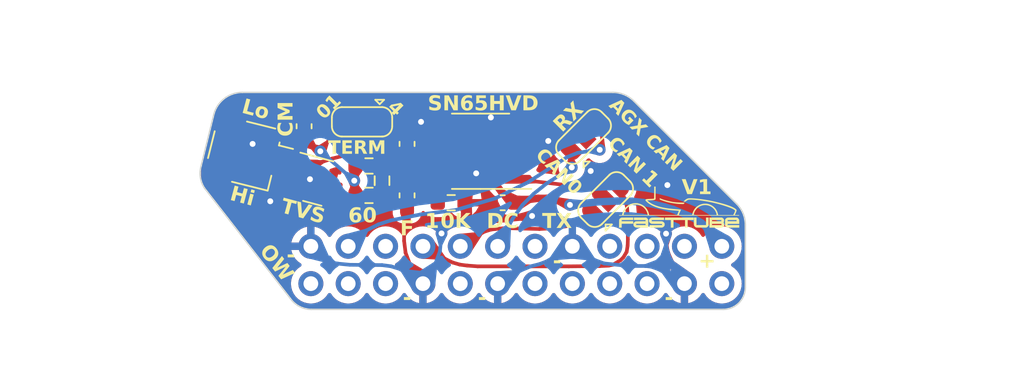
<source format=kicad_pcb>
(kicad_pcb (version 20221018) (generator pcbnew)

  (general
    (thickness 1)
  )

  (paper "A4")
  (layers
    (0 "F.Cu" signal)
    (31 "B.Cu" signal)
    (32 "B.Adhes" user "B.Adhesive")
    (33 "F.Adhes" user "F.Adhesive")
    (34 "B.Paste" user)
    (35 "F.Paste" user)
    (36 "B.SilkS" user "B.Silkscreen")
    (37 "F.SilkS" user "F.Silkscreen")
    (38 "B.Mask" user)
    (39 "F.Mask" user)
    (40 "Dwgs.User" user "User.Drawings")
    (41 "Cmts.User" user "User.Comments")
    (42 "Eco1.User" user "User.Eco1")
    (43 "Eco2.User" user "User.Eco2")
    (44 "Edge.Cuts" user)
    (45 "Margin" user)
    (46 "B.CrtYd" user "B.Courtyard")
    (47 "F.CrtYd" user "F.Courtyard")
    (48 "B.Fab" user)
    (49 "F.Fab" user)
    (50 "User.1" user)
    (51 "User.2" user)
    (52 "User.3" user)
    (53 "User.4" user)
    (54 "User.5" user)
    (55 "User.6" user)
    (56 "User.7" user)
    (57 "User.8" user)
    (58 "User.9" user)
  )

  (setup
    (stackup
      (layer "F.SilkS" (type "Top Silk Screen") (color "White"))
      (layer "F.Paste" (type "Top Solder Paste"))
      (layer "F.Mask" (type "Top Solder Mask") (color "Purple") (thickness 0.01))
      (layer "F.Cu" (type "copper") (thickness 0.035))
      (layer "dielectric 1" (type "core") (color "FR4 natural") (thickness 0.91) (material "FR4") (epsilon_r 4.5) (loss_tangent 0.02))
      (layer "B.Cu" (type "copper") (thickness 0.035))
      (layer "B.Mask" (type "Bottom Solder Mask") (color "Purple") (thickness 0.01))
      (layer "B.Paste" (type "Bottom Solder Paste"))
      (layer "B.SilkS" (type "Bottom Silk Screen") (color "White"))
      (copper_finish "None")
      (dielectric_constraints no)
    )
    (pad_to_mask_clearance 0)
    (pcbplotparams
      (layerselection 0x00010fc_ffffffff)
      (plot_on_all_layers_selection 0x0000000_00000000)
      (disableapertmacros false)
      (usegerberextensions false)
      (usegerberattributes true)
      (usegerberadvancedattributes true)
      (creategerberjobfile true)
      (dashed_line_dash_ratio 12.000000)
      (dashed_line_gap_ratio 3.000000)
      (svgprecision 4)
      (plotframeref false)
      (viasonmask false)
      (mode 1)
      (useauxorigin false)
      (hpglpennumber 1)
      (hpglpenspeed 20)
      (hpglpendiameter 15.000000)
      (dxfpolygonmode true)
      (dxfimperialunits true)
      (dxfusepcbnewfont true)
      (psnegative false)
      (psa4output false)
      (plotreference true)
      (plotvalue true)
      (plotinvisibletext false)
      (sketchpadsonfab false)
      (subtractmaskfromsilk false)
      (outputformat 1)
      (mirror false)
      (drillshape 0)
      (scaleselection 1)
      (outputdirectory "export/gbr/")
    )
  )

  (net 0 "")
  (net 1 "/Vref")
  (net 2 "GND")
  (net 3 "/CAN_H")
  (net 4 "/CAN_L")
  (net 5 "+3.3V")
  (net 6 "unconnected-(J1-Pin_18-Pad18)")
  (net 7 "unconnected-(J1-Pin_19-Pad19)")
  (net 8 "unconnected-(J1-Pin_21-Pad21)")
  (net 9 "unconnected-(J1-Pin_22-Pad22)")
  (net 10 "unconnected-(J1-Pin_23-Pad23)")
  (net 11 "unconnected-(J1-Pin_24-Pad24)")
  (net 12 "unconnected-(J1-Pin_26-Pad26)")
  (net 13 "unconnected-(J1-Pin_27-Pad27)")
  (net 14 "unconnected-(J1-Pin_28-Pad28)")
  (net 15 "/CAN0_DIN")
  (net 16 "/CAN0_DOUT")
  (net 17 "unconnected-(J1-Pin_32-Pad32)")
  (net 18 "/CAN1_DOUT")
  (net 19 "unconnected-(J1-Pin_35-Pad35)")
  (net 20 "unconnected-(J1-Pin_36-Pad36)")
  (net 21 "/CAN1_DIN")
  (net 22 "unconnected-(J1-Pin_38-Pad38)")
  (net 23 "unconnected-(J1-Pin_40-Pad40)")
  (net 24 "Net-(JP1-C)")
  (net 25 "/CAN_TX")
  (net 26 "/CAN_RX")
  (net 27 "Net-(U1-Rs)")

  (footprint "Jumper:SolderJumper-3_P1.3mm_Open_RoundedPad1.0x1.5mm" (layer "F.Cu") (at 129 103 45))

  (footprint "Connector_JST:JST_SH_SM02B-SRSS-TB_1x02-1MP_P1.00mm_Horizontal" (layer "F.Cu") (at 106.3 104.2 -104))

  (footprint "Jumper:SolderJumper-3_P1.3mm_Open_RoundedPad1.0x1.5mm" (layer "F.Cu") (at 113.94 102 180))

  (footprint "Capacitor_SMD:C_0603_1608Metric_Pad1.08x0.95mm_HandSolder" (layer "F.Cu") (at 117 107 -90))

  (footprint "Resistor_SMD:R_0603_1608Metric_Pad0.98x0.95mm_HandSolder" (layer "F.Cu") (at 120 107.5))

  (footprint "Package_TO_SOT_SMD:SOT-23" (layer "F.Cu") (at 110.959677 106.03213 -15))

  (footprint "Resistor_SMD:R_0603_1608Metric_Pad0.98x0.95mm_HandSolder" (layer "F.Cu") (at 114.4125 105 180))

  (footprint "Resistor_SMD:R_0603_1608Metric_Pad0.98x0.95mm_HandSolder" (layer "F.Cu") (at 114.4125 107))

  (footprint "Jumper:SolderJumper-3_P1.3mm_Open_RoundedPad1.0x1.5mm" (layer "F.Cu") (at 130.5 107.280761 45))

  (footprint "Package_SO:SOIC-8_3.9x4.9mm_P1.27mm" (layer "F.Cu") (at 122 104 180))

  (footprint "Capacitor_SMD:C_0603_1608Metric_Pad1.08x0.95mm_HandSolder" (layer "F.Cu") (at 123.5 107.5 180))

  (footprint "Capacitor_SMD:C_0603_1608Metric_Pad1.08x0.95mm_HandSolder" (layer "F.Cu") (at 110 102.3 90))

  (footprint "LOGO" (layer "F.Cu") (at 135.5 107.8))

  (footprint "Custom:heart" (layer "F.Cu") (at 107.2 109.2 -12))

  (footprint "Capacitor_SMD:C_0603_1608Metric_Pad1.08x0.95mm_HandSolder" (layer "F.Cu") (at 117 103.5 -90))

  (footprint "Connector_PinSocket_2.54mm:PinSocket_2x20_P2.54mm_Vertical" (layer "B.Cu") (at 158.72 110.46 90))

  (gr_line (start 115.8 105.7) (end 115.8 106.3)
    (stroke (width 0.12) (type default)) (layer "F.SilkS") (tstamp 8967a94d-f677-4ea1-9429-822bacd663ea))
  (gr_line (start 114.8 105.7) (end 114.8 106.3)
    (stroke (width 0.13) (type default)) (layer "F.SilkS") (tstamp 98e1843a-799c-446b-8d50-ec486f422c07))
  (gr_arc (start 103.241214 106.517871) (mid 102.952529 105.785646) (end 103.000001 105)
    (stroke (width 0.1) (type default)) (layer "Edge.Cuts") (tstamp 099413f2-5eaf-44a4-8f59-d980314c1e83))
  (gr_arc (start 103.868585 101.480736) (mid 104.583145 100.412781) (end 105.8 100)
    (stroke (width 0.1) (type default)) (layer "Edge.Cuts") (tstamp 1769f347-2ec8-49dc-863d-528bfb744472))
  (gr_arc (start 139.414214 107.585786) (mid 139.84776 108.234633) (end 140 109)
    (stroke (width 0.1) (type default)) (layer "Edge.Cuts") (tstamp 19fec515-c842-4f0b-b3e2-cc4e174c6dc4))
  (gr_arc (start 110.5 114.75) (mid 109.692248 114.552429) (end 109.066882 114.004327)
    (stroke (width 0.1) (type default)) (layer "Edge.Cuts") (tstamp 1ff38491-8bd0-47c0-8e40-67dca29ae869))
  (gr_line (start 105.8 100) (end 131 100)
    (stroke (width 0.1) (type default)) (layer "Edge.Cuts") (tstamp 51a917ea-8181-41e3-a6fd-c11d9780b533))
  (gr_line (start 103.241214 106.517871) (end 109.066882 114.004327)
    (stroke (width 0.1) (type default)) (layer "Edge.Cuts") (tstamp 57c5e1c6-bd49-4a14-834b-f8af8f2f4b4d))
  (gr_arc (start 131 100) (mid 131.765367 100.152241) (end 132.414214 100.585786)
    (stroke (width 0.1) (type default)) (layer "Edge.Cuts") (tstamp 639a99a0-616b-480a-be53-f229c7c1e766))
  (gr_line (start 138.5 114.75) (end 110.5 114.75)
    (stroke (width 0.1) (type default)) (layer "Edge.Cuts") (tstamp 74196c0a-88b1-41a2-90bb-9486cd81e1bf))
  (gr_line (start 132.414214 100.585786) (end 139.414214 107.585786)
    (stroke (width 0.1) (type default)) (layer "Edge.Cuts") (tstamp 936b151e-567d-4352-b6ac-347ce4404ff7))
  (gr_line (start 103.868585 101.480736) (end 103.000001 105)
    (stroke (width 0.1) (type default)) (layer "Edge.Cuts") (tstamp ba662288-f3c0-4013-b432-180156f61b96))
  (gr_line (start 140 109) (end 140 113.25)
    (stroke (width 0.1) (type default)) (layer "Edge.Cuts") (tstamp eb988446-4dc0-404a-b1d9-f7802f37c749))
  (gr_arc (start 140 113.25) (mid 139.56066 114.31066) (end 138.5 114.75)
    (stroke (width 0.1) (type default)) (layer "Edge.Cuts") (tstamp f5eba8e8-c8e1-40d0-ac8c-3278b691f97e))
  (gr_line (start 99 109) (end 141 109)
    (stroke (width 0.15) (type default)) (layer "User.2") (tstamp 2a40a08e-8a02-461f-b80c-2f900bdf566c))
  (gr_line (start 141 107) (end 99 107)
    (stroke (width 0.15) (type default)) (layer "User.2") (tstamp 3694d2f9-5ed8-4b65-b3c9-8b0e9a97649e))
  (gr_rect (start 91.4 109) (end 99 111.3)
    (stroke (width 0.15) (type default)) (fill none) (layer "User.2") (tstamp c50ba207-a66d-40fe-8639-cbc9454a443c))
  (gr_line (start 141 109) (end 141 107)
    (stroke (width 0.15) (type default)) (layer "User.2") (tstamp c85e5dcd-58d8-4626-a90f-fe33add2faa6))
  (gr_line (start 99 107) (end 99 109)
    (stroke (width 0.15) (type default)) (layer "User.2") (tstamp d326cb1c-cea6-4c59-aac3-41cc45d380b8))
  (gr_rect (start 89.4 106.9) (end 100.9 113.4)
    (stroke (width 0.15) (type default)) (fill none) (layer "User.2") (tstamp dcb48c01-6e7a-4808-baf0-bc2b44edb2ae))
  (gr_text "-" (at 109.1 111.1) (layer "F.SilkS") (tstamp 0986f880-0a27-4f22-a1f5-459ecb98d66c)
    (effects (font (face "Chinat") (size 1 1) (thickness 0.2) bold))
    (render_cache "-" 0
      (polygon
        (pts
          (xy 108.825715 111.186737)          (xy 108.825715 110.936632)          (xy 109.39016 110.936632)          (xy 109.39016 111.186737)
        )
      )
    )
  )
  (gr_text "CM" (at 108.8 101.8 90) (layer "F.SilkS") (tstamp 0a9d38e7-9397-4047-866c-815b4c96e2c6)
    (effects (font (face "Chinat") (size 1 1) (thickness 0.2) bold))
    (render_cache "CM" 90
      (polygon
        (pts
          (xy 108.941203 103.224179)          (xy 108.61807 103.224179)          (xy 108.596131 103.22384)          (xy 108.574889 103.222825)
          (xy 108.554343 103.221133)          (xy 108.534493 103.218764)          (xy 108.51534 103.215717)          (xy 108.496884 103.211994)
          (xy 108.479123 103.207594)          (xy 108.46206 103.202518)          (xy 108.445693 103.196764)          (xy 108.430022 103.190333)
          (xy 108.415048 103.183225)          (xy 108.40077 103.175441)          (xy 108.387189 103.16698)          (xy 108.374304 103.157841)
          (xy 108.362116 103.148026)          (xy 108.350624 103.137534)          (xy 108.339829 103.126365)          (xy 108.32973 103.114519)
          (xy 108.320327 103.101996)          (xy 108.311622 103.088796)          (xy 108.303612 103.074919)          (xy 108.296299 103.060365)
          (xy 108.289683 103.045135)          (xy 108.283763 103.029227)          (xy 108.278539 103.012643)          (xy 108.274012 102.995382)
          (xy 108.270181 102.977443)          (xy 108.267047 102.958828)          (xy 108.26461 102.939536)          (xy 108.262868 102.919567)
          (xy 108.261824 102.898921)          (xy 108.261475 102.877598)          (xy 108.261475 101.863258)          (xy 108.51158 101.863258)
          (xy 108.51158 102.966503)          (xy 108.980526 102.966503)          (xy 108.980526 101.863258)          (xy 109.230631 101.863258)
          (xy 109.230631 102.905686)          (xy 109.230322 102.921135)          (xy 109.229395 102.936339)          (xy 109.227849 102.951299)
          (xy 109.225685 102.966014)          (xy 109.222903 102.980486)          (xy 109.219503 102.994713)          (xy 109.215484 103.008696)
          (xy 109.210847 103.022434)          (xy 109.205592 103.035929)          (xy 109.199719 103.049179)          (xy 109.193228 103.062185)
          (xy 109.186118 103.074946)          (xy 109.17839 103.087464)          (xy 109.170044 103.099737)          (xy 109.161079 103.111766)
          (xy 109.151496 103.123551)          (xy 109.140686 103.135736)          (xy 109.129564 103.147136)          (xy 109.118131 103.157749)
          (xy 109.106388 103.167576)          (xy 109.094333 103.176616)          (xy 109.081967 103.184871)          (xy 109.069291 103.19234)
          (xy 109.056303 103.199022)          (xy 109.043004 103.204918)          (xy 109.029394 103.210028)          (xy 109.015473 103.214352)
          (xy 109.001241 103.21789)          (xy 108.986698 103.220641)          (xy 108.971844 103.222607)          (xy 108.956679 103.223786)
        )
      )
      (polygon
        (pts
          (xy 109.230631 101.803662)          (xy 108.50523 101.803662)          (xy 108.492125 101.803386)          (xy 108.47931 101.802556)
          (xy 108.466784 101.801172)          (xy 108.454549 101.799236)          (xy 108.442604 101.796745)          (xy 108.430949 101.793702)
          (xy 108.419585 101.790105)          (xy 108.40851 101.785955)          (xy 108.397725 101.781251)          (xy 108.38723 101.775994)
          (xy 108.377025 101.770184)          (xy 108.36711 101.76382)          (xy 108.357486 101.756903)          (xy 108.348151 101.749433)
          (xy 108.339106 101.741409)          (xy 108.330352 101.732832)          (xy 108.322011 101.723814)          (xy 108.314209 101.714529)
          (xy 108.306945 101.704977)          (xy 108.300218 101.695158)          (xy 108.29403 101.685071)          (xy 108.28838 101.674718)
          (xy 108.283268 101.664097)          (xy 108.278695 101.653209)          (xy 108.274659 101.642054)          (xy 108.271161 101.630632)
          (xy 108.268202 101.618942)          (xy 108.26578 101.606986)          (xy 108.263897 101.594762)          (xy 108.262552 101.582272)
          (xy 108.261744 101.569514)          (xy 108.261475 101.556489)          (xy 108.261676 101.545331)          (xy 108.262279 101.534359)
          (xy 108.263283 101.523572)          (xy 108.264689 101.512971)          (xy 108.266496 101.502556)          (xy 108.268705 101.492326)
          (xy 108.271316 101.482282)          (xy 108.274329 101.472423)          (xy 108.277743 101.46275)          (xy 108.281559 101.453263)
          (xy 108.285776 101.443961)          (xy 108.290395 101.434844)          (xy 108.295416 101.425913)          (xy 108.300839 101.417168)
          (xy 108.306663 101.408608)          (xy 108.312889 101.400234)          (xy 108.319516 101.392046)          (xy 108.326545 101.384043)
          (xy 108.333976 101.376225)          (xy 108.341808 101.368593)          (xy 108.350043 101.361147)          (xy 108.358678 101.353886)
          (xy 108.367716 101.346811)          (xy 108.377155 101.339922)          (xy 108.386996 101.333218)          (xy 108.397238 101.326699)
          (xy 108.407882 101.320366)          (xy 108.418928 101.314219)          (xy 108.430376 101.308257)          (xy 108.442225 101.302481)
          (xy 108.454475 101.29689)          (xy 108.467128 101.291485)          (xy 108.971245 101.084367)          (xy 108.43904 100.857954)
          (xy 108.428116 100.853114)          (xy 108.417538 100.84809)          (xy 108.407307 100.842881)          (xy 108.397423 100.837487)
          (xy 108.387886 100.831909)          (xy 108.378696 100.826146)          (xy 108.369852 100.820199)          (xy 108.361355 100.814067)
          (xy 108.353206 100.80775)          (xy 108.345402 100.801249)          (xy 108.337946 100.794563)          (xy 108.330837 100.787692)
          (xy 108.324074 100.780637)          (xy 108.311589 100.765973)          (xy 108.300491 100.750571)          (xy 108.290781 100.73443)
          (xy 108.282457 100.71755)          (xy 108.275521 100.699932)          (xy 108.269972 100.681576)          (xy 108.26581 100.662481)
          (xy 108.26425 100.652657)          (xy 108.263036 100.642648)          (xy 108.262169 100.632454)          (xy 108.261649 100.622076)
          (xy 108.261475 100.611513)          (xy 108.261793 100.597773)          (xy 108.262746 100.584333)          (xy 108.264335 100.571196)
          (xy 108.266559 100.55836)          (xy 108.269418 100.545825)          (xy 108.272913 100.533592)          (xy 108.277043 100.52166)
          (xy 108.281809 100.51003)          (xy 108.28721 100.498702)          (xy 108.293246 100.487674)          (xy 108.299918 100.476949)
          (xy 108.307225 100.466524)          (xy 108.315168 100.456402)          (xy 108.323746 100.446581)          (xy 108.332959 100.437061)
          (xy 108.342808 100.427843)          (xy 108.352687 100.41965)          (xy 108.362844 100.411986)          (xy 108.373279 100.40485)
          (xy 108.383994 100.398243)          (xy 108.394987 100.392165)          (xy 108.406258 100.386615)          (xy 108.417808 100.381594)
          (xy 108.429637 100.377101)          (xy 108.441744 100.373137)          (xy 108.45413 100.369701)          (xy 108.466794 100.366794)
          (xy 108.479737 100.364416)          (xy 108.492958 100.362566)          (xy 108.506459 100.361244)          (xy 108.520237 100.360452)
          (xy 108.534295 100.360187)          (xy 109.230631 100.360187)          (xy 109.230631 100.617863)          (xy 108.541378 100.617863)
          (xy 109.005439 100.831087)          (xy 109.019032 100.83742)          (xy 109.032088 100.843654)          (xy 109.044609 100.849792)
          (xy 109.056593 100.855832)          (xy 109.068041 100.861775)          (xy 109.078952 100.867621)          (xy 109.089328 100.873369)
          (xy 109.099167 100.87902)          (xy 109.108471 100.884574)          (xy 109.117237 100.89003)          (xy 109.125468 100.895389)
          (xy 109.136809 100.903245)          (xy 109.146944 100.910882)          (xy 109.155872 100.918301)          (xy 109.158579 100.920725)
          (xy 109.167304 100.928848)          (xy 109.175467 100.937219)          (xy 109.183066 100.945838)          (xy 109.190102 100.954705)
          (xy 109.196575 100.96382)          (xy 109.202486 100.973183)          (xy 109.207833 100.982795)          (xy 109.212618 100.992654)
          (xy 109.21684 101.002762)          (xy 109.220499 101.013117)          (xy 109.223595 101.023721)          (xy 109.226128 101.034572)
          (xy 109.228098 101.045672)          (xy 109.229505 101.05702)          (xy 109.23035 101.068616)          (xy 109.230631 101.080459)
          (xy 109.229746 101.099469)          (xy 109.22709 101.118092)          (xy 109.222663 101.136327)          (xy 109.216465 101.154175)
          (xy 109.208497 101.171635)          (xy 109.198757 101.188709)          (xy 109.193224 101.1971)          (xy 109.187247 101.205394)
          (xy 109.180828 101.213592)          (xy 109.173967 101.221693)          (xy 109.166662 101.229697)          (xy 109.158915 101.237604)
          (xy 109.150725 101.245414)          (xy 109.142093 101.253128)          (xy 109.133018 101.260744)          (xy 109.1235 101.268264)
          (xy 109.113539 101.275687)          (xy 109.103136 101.283013)          (xy 109.09229 101.290242)          (xy 109.081002 101.297375)
          (xy 109.06927 101.30441)          (xy 109.057096 101.311349)          (xy 109.04448 101.318191)          (xy 109.03142 101.324936)
          (xy 109.017918 101.331584)          (xy 109.003974 101.338136)          (xy 108.551147 101.545986)          (xy 109.230631 101.545986)
        )
      )
    )
  )
  (gr_text "60\n" (at 113 109) (layer "F.SilkS") (tstamp 15a52758-5e45-40df-8fc1-54a9d4fed32a)
    (effects (font (face "Chinat") (size 1 1) (thickness 0.2) bold) (justify left bottom))
    (render_cache "60\n" 0
      (polygon
        (pts
          (xy 114.316224 108.12658)          (xy 113.292847 108.12658)          (xy 113.292847 108.236001)          (xy 114.070272 108.236001)
          (xy 114.085604 108.236355)          (xy 114.100642 108.237417)          (xy 114.115386 108.239187)          (xy 114.129836 108.241664)
          (xy 114.143993 108.24485)          (xy 114.157856 108.248744)          (xy 114.171424 108.253345)          (xy 114.184699 108.258654)
          (xy 114.197681 108.264672)          (xy 114.210368 108.271397)          (xy 114.222761 108.27883)          (xy 114.234861 108.286971)
          (xy 114.246667 108.29582)          (xy 114.258178 108.305377)          (xy 114.269396 108.315642)          (xy 114.280321 108.326615)
          (xy 114.290761 108.338045)          (xy 114.300528 108.349742)          (xy 114.309621 108.361706)          (xy 114.318041 108.373937)
          (xy 114.325787 108.386435)          (xy 114.332859 108.399201)          (xy 114.339258 108.412234)          (xy 114.344984 108.425533)
          (xy 114.350036 108.4391)          (xy 114.354414 108.452934)          (xy 114.358119 108.467036)          (xy 114.36115 108.481404)
          (xy 114.363507 108.496039)          (xy 114.365191 108.510942)          (xy 114.366201 108.526112)          (xy 114.366538 108.541549)
          (xy 114.366177 108.557333)          (xy 114.365092 108.572812)          (xy 114.363284 108.587985)          (xy 114.360753 108.602854)
          (xy 114.357498 108.617417)          (xy 114.353521 108.631674)          (xy 114.34882 108.645627)          (xy 114.343396 108.659274)
          (xy 114.337249 108.672616)          (xy 114.330379 108.685652)          (xy 114.322785 108.698383)          (xy 114.314469 108.710809)
          (xy 114.305429 108.72293)          (xy 114.295666 108.734745)          (xy 114.28518 108.746255)          (xy 114.27397 108.757459)
          (xy 114.262261 108.768136)          (xy 114.250275 108.778125)          (xy 114.238012 108.787424)          (xy 114.225473 108.796034)
          (xy 114.212657 108.803956)          (xy 114.199564 108.811189)          (xy 114.186194 108.817733)          (xy 114.172548 108.823588)
          (xy 114.158626 108.828754)          (xy 114.144426 108.833232)          (xy 114.12995 108.837021)          (xy 114.115197 108.84012)
          (xy 114.100168 108.842531)          (xy 114.084861 108.844253)          (xy 114.069278 108.845287)          (xy 114.053419 108.845631)
          (xy 113.332658 108.845631)          (xy 113.31645 108.845248)          (xy 113.300617 108.844097)          (xy 113.285157 108.842179)
          (xy 113.270071 108.839494)          (xy 113.255359 108.836043)          (xy 113.241021 108.831824)          (xy 113.227058 108.826838)
          (xy 113.213468 108.821085)          (xy 113.200252 108.814564)          (xy 113.18741 108.807277)          (xy 113.174942 108.799223)
          (xy 113.162848 108.790402)          (xy 113.151129 108.780813)          (xy 113.139783 108.770458)          (xy 113.128811 108.759335)
          (xy 113.118213 108.747445)          (xy 113.108128 108.73503)          (xy 113.098693 108.72233)          (xy 113.089909 108.709346)
          (xy 113.081775 108.696078)          (xy 113.074292 108.682525)          (xy 113.06746 108.668689)          (xy 113.061279 108.654567)
          (xy 113.055748 108.640162)          (xy 113.050868 108.625472)          (xy 113.046638 108.610498)          (xy 113.04306 108.595239)
          (xy 113.040132 108.579696)          (xy 113.037854 108.563869)          (xy 113.036228 108.547758)          (xy 113.035252 108.531362)
          (xy 113.034926 108.514682)          (xy 113.034926 108.486106)          (xy 113.292847 108.486106)          (xy 113.292847 108.595526)
          (xy 114.10471 108.595526)          (xy 114.10471 108.486106)          (xy 113.292847 108.486106)          (xy 113.034926 108.486106)
          (xy 113.034926 108.193014)          (xy 113.035336 108.174254)          (xy 113.036567 108.156015)          (xy 113.038618 108.138297)
          (xy 113.04149 108.1211)          (xy 113.045183 108.104424)          (xy 113.049695 108.088268)          (xy 113.055029 108.072634)
          (xy 113.061182 108.05752)          (xy 113.068157 108.042928)          (xy 113.075951 108.028856)          (xy 113.084567 108.015306)
          (xy 113.094002 108.002276)          (xy 113.104259 107.989767)          (xy 113.115336 107.977779)          (xy 113.127233 107.966312)
          (xy 113.139951 107.955366)          (xy 113.151982 107.945813)          (xy 113.164447 107.936876)          (xy 113.177346 107.928555)
          (xy 113.190677 107.920851)          (xy 113.204441 107.913763)          (xy 113.218639 107.907292)          (xy 113.23327 107.901437)
          (xy 113.248333 107.896198)          (xy 113.26383 107.891576)          (xy 113.279761 107.887569)          (xy 113.296124 107.88418)
          (xy 113.31292 107.881406)          (xy 113.33015 107.879249)          (xy 113.347813 107.877708)          (xy 113.365909 107.876784)
          (xy 113.384438 107.876475)          (xy 114.316224 107.876475)
        )
      )
      (polygon
        (pts
          (xy 115.437084 107.876825)          (xy 115.454087 107.877872)          (xy 115.470721 107.879618)          (xy 115.486987 107.882062)
          (xy 115.502885 107.885205)          (xy 115.518414 107.889046)          (xy 115.533575 107.893586)          (xy 115.548368 107.898824)
          (xy 115.562793 107.90476)          (xy 115.576849 107.911395)          (xy 115.590537 107.918728)          (xy 115.603857 107.926759)
          (xy 115.616809 107.935489)          (xy 115.629392 107.944917)          (xy 115.641607 107.955043)          (xy 115.653454 107.965868)
          (xy 115.664752 107.977248)          (xy 115.675321 107.989041)          (xy 115.685161 108.001245)          (xy 115.694273 108.013862)
          (xy 115.702655 108.026891)          (xy 115.710309 108.040332)          (xy 115.717234 108.054185)          (xy 115.723429 108.06845)
          (xy 115.728896 108.083128)          (xy 115.733634 108.098217)          (xy 115.737643 108.113719)          (xy 115.740923 108.129633)
          (xy 115.743474 108.145959)          (xy 115.745297 108.162698)          (xy 115.74639 108.179848)          (xy 115.746755 108.197411)
          (xy 115.746755 108.520544)          (xy 115.746412 108.537387)          (xy 115.745385 108.553906)          (xy 115.743672 108.5701)
          (xy 115.741274 108.58597)          (xy 115.738192 108.601516)          (xy 115.734424 108.616737)          (xy 115.729971 108.631634)
          (xy 115.724834 108.646207)          (xy 115.719011 108.660455)          (xy 115.712503 108.674379)          (xy 115.705311 108.687978)
          (xy 115.697433 108.701253)          (xy 115.68887 108.714204)          (xy 115.679622 108.72683)          (xy 115.669689 108.739132)
          (xy 115.659071 108.751109)          (xy 115.647961 108.762555)          (xy 115.63649 108.773263)          (xy 115.624659 108.783232)
          (xy 115.612467 108.792462)          (xy 115.599914 108.800955)          (xy 115.587001 108.808708)          (xy 115.573727 108.815724)
          (xy 115.560092 108.822001)          (xy 115.546097 108.827539)          (xy 115.531741 108.832339)          (xy 115.517024 108.8364)
          (xy 115.501947 108.839723)          (xy 115.486509 108.842308)          (xy 115.470711 108.844154)          (xy 115.454551 108.845262)
          (xy 115.438032 108.845631)          (xy 114.751953 108.845631)          (xy 114.73577 108.845266)          (xy 114.719828 108.844169)
          (xy 114.704126 108.842342)          (xy 114.688664 108.839784)          (xy 114.673443 108.836496)          (xy 114.658462 108.832476)
          (xy 114.643721 108.827726)          (xy 114.629221 108.822245)          (xy 114.614962 108.816033)          (xy 114.600943 108.80909)
          (xy 114.587164 108.801416)          (xy 114.573626 108.793012)          (xy 114.560328 108.783877)          (xy 114.54727 108.774011)
          (xy 114.534453 108.763414)          (xy 114.521877 108.752086)          (xy 114.50981 108.740207)          (xy 114.498521 108.728017)
          (xy 114.488011 108.715515)          (xy 114.478279 108.702703)          (xy 114.469326 108.68958)          (xy 114.461152 108.676146)
          (xy 114.453756 108.6624)          (xy 114.447138 108.648344)          (xy 114.441299 108.633976)          (xy 114.436239 108.619298)
          (xy 114.431957 108.604309)          (xy 114.428454 108.589008)          (xy 114.425729 108.573397)          (xy 114.423783 108.557474)
          (xy 114.422615 108.541241)          (xy 114.422226 108.524696)          (xy 114.422226 108.155889)          (xy 114.422648 108.140544)
          (xy 114.423827 108.12658)          (xy 114.679902 108.12658)          (xy 114.679902 108.595526)          (xy 115.489078 108.595526)
          (xy 115.489078 108.12658)          (xy 114.679902 108.12658)          (xy 114.423827 108.12658)          (xy 114.423916 108.125527)
          (xy 114.426029 108.110838)          (xy 114.428988 108.096477)          (xy 114.432792 108.082445)          (xy 114.437441 108.06874)
          (xy 114.442936 108.055364)          (xy 114.449275 108.042316)          (xy 114.456461 108.029597)          (xy 114.464491 108.017205)
          (xy 114.473367 108.005142)          (xy 114.483088 107.993407)          (xy 114.493654 107.982)          (xy 114.505066 107.970921)
          (xy 114.517323 107.960171)          (xy 114.530425 107.949748)          (xy 114.54251 107.940875)          (xy 114.55483 107.932575)
          (xy 114.567385 107.924847)          (xy 114.580174 107.917691)          (xy 114.593198 107.911108)          (xy 114.606457 107.905098)
          (xy 114.619951 107.899659)          (xy 114.633679 107.894794)          (xy 114.647642 107.8905)          (xy 114.661839 107.886779)
          (xy 114.676272 107.883631)          (xy 114.690939 107.881055)          (xy 114.70584 107.879051)          (xy 114.720977 107.87762)
          (xy 114.736348 107.876762)          (xy 114.751953 107.876475)          (xy 115.419713 107.876475)
        )
      )
    )
  )
  (gr_text "01" (at 111.7 101 45) (layer "F.SilkS") (tstamp 16d4649f-4215-40d2-be01-dcd00949b4fb)
    (effects (font (face "Chinat") (size 0.9 0.9) (thickness 0.2) bold))
    (render_cache "01" 45
      (polygon
        (pts
          (xy 111.355863 100.78697)          (xy 111.370094 100.787748)          (xy 111.384123 100.789253)          (xy 111.397951 100.791484)
          (xy 111.411577 100.79444)          (xy 111.425001 100.798123)          (xy 111.438224 100.802533)          (xy 111.451246 100.807668)
          (xy 111.464065 100.81353)          (xy 111.476684 100.820118)          (xy 111.4891 100.827432)          (xy 111.501315 100.835472)
          (xy 111.513329 100.844238)          (xy 111.525141 100.85373)          (xy 111.536751 100.863949)          (xy 111.54816 100.874894)
          (xy 111.7538 101.080535)          (xy 111.764301 101.091472)          (xy 111.77416 101.102638)          (xy 111.783376 101.114034)
          (xy 111.79195 101.125659)          (xy 111.799881 101.137514)          (xy 111.80717 101.149599)          (xy 111.813817 101.161913)
          (xy 111.819821 101.174456)          (xy 111.825183 101.187229)          (xy 111.829903 101.200232)          (xy 111.83398 101.213464)
          (xy 111.837415 101.226925)          (xy 111.840207 101.240617)          (xy 111.842357 101.254537)          (xy 111.843865 101.268687)
          (xy 111.84473 101.283067)          (xy 111.844944 101.297421)          (xy 111.844458 101.311536)          (xy 111.843273 101.325409)
          (xy 111.841388 101.339043)          (xy 111.838804 101.352436)          (xy 111.83552 101.365588)          (xy 111.831537 101.3785)
          (xy 111.826855 101.391172)          (xy 111.821473 101.403603)          (xy 111.815391 101.415794)          (xy 111.808611 101.427744)
          (xy 111.80113 101.439454)          (xy 111.792951 101.450923)          (xy 111.784071 101.462152)          (xy 111.774493 101.473141)
          (xy 111.764214 101.483889)          (xy 111.327597 101.920506)          (xy 111.317066 101.930573)          (xy 111.306222 101.940021)
          (xy 111.295067 101.948851)          (xy 111.283599 101.957063)          (xy 111.271819 101.964657)          (xy 111.259728 101.971633)
          (xy 111.247324 101.97799)          (xy 111.234608 101.98373)          (xy 111.22158 101.988851)          (xy 111.20824 101.993355)
          (xy 111.194588 101.99724)          (xy 111.180623 102.000507)          (xy 111.166347 102.003156)          (xy 111.151758 102.005187)
          (xy 111.136858 102.0066)          (xy 111.121645 102.007395)          (xy 111.106406 102.007514)          (xy 111.091464 102.006941)
          (xy 111.07682 102.005673)          (xy 111.062473 102.003713)          (xy 111.048424 102.001059)          (xy 111.034672 101.997712)
          (xy 111.021218 101.993671)          (xy 111.008061 101.988937)          (xy 110.995202 101.983509)          (xy 110.98264 101.977388)
          (xy 110.970376 101.970574)          (xy 110.958409 101.963067)          (xy 110.94674 101.954866)          (xy 110.935368 101.945971)
          (xy 110.924294 101.936383)          (xy 110.913518 101.926102)          (xy 110.67881 101.691395)          (xy 110.669314 101.68136)
          (xy 110.660564 101.670997)          (xy 110.652561 101.660304)          (xy 110.645304 101.649282)          (xy 110.638795 101.637931)
          (xy 110.633032 101.626251)          (xy 110.628017 101.614241)          (xy 110.623748 101.601903)          (xy 110.620225 101.589236)
          (xy 110.61745 101.576239)          (xy 110.615421 101.562914)          (xy 110.61414 101.549259)          (xy 110.613605 101.535276)
          (xy 110.613817 101.520963)          (xy 110.614615 101.508759)          (xy 110.824142 101.508759)          (xy 111.122578 101.807194)
          (xy 111.637535 101.292237)          (xy 111.339099 100.993802)          (xy 110.824142 101.508759)          (xy 110.614615 101.508759)
          (xy 110.614775 101.506321)          (xy 110.616481 101.49135)          (xy 110.618525 101.478012)          (xy 110.621083 101.464889)
          (xy 110.624155 101.451982)          (xy 110.62774 101.439289)          (xy 110.631839 101.426811)          (xy 110.636452 101.414548)
          (xy 110.641578 101.4025)          (xy 110.647218 101.390667)          (xy 110.653372 101.379049)          (xy 110.660039 101.367645)
          (xy 110.66722 101.356457)          (xy 110.674915 101.345484)          (xy 110.683123 101.334725)          (xy 110.691845 101.324182)
          (xy 110.701081 101.313853)          (xy 110.71083 101.30374)          (xy 111.13579 100.87878)          (xy 111.147067 100.867947)
          (xy 111.158554 100.857794)          (xy 111.170251 100.848319)          (xy 111.182158 100.839523)          (xy 111.194275 100.831405)
          (xy 111.206603 100.823967)          (xy 111.21914 100.817207)          (xy 111.231888 100.811127)          (xy 111.244845 100.805725)
          (xy 111.258013 100.801001)          (xy 111.271391 100.796957)          (xy 111.284979 100.793592)          (xy 111.298777 100.790905)
          (xy 111.312785 100.788897)          (xy 111.327003 100.787568)          (xy 111.341431 100.786918)
        )
      )
      (polygon
        (pts
          (xy 111.672974 100.63941)          (xy 111.680746 100.432992)          (xy 111.681574 100.420155)          (xy 111.682932 100.407563)
          (xy 111.684819 100.395217)          (xy 111.687235 100.383116)          (xy 111.690181 100.371261)          (xy 111.693657 100.359651)
          (xy 111.697661 100.348286)          (xy 111.702196 100.337166)          (xy 111.70726 100.326291)          (xy 111.712853 100.315662)
          (xy 111.718976 100.305279)          (xy 111.725628 100.29514)          (xy 111.732809 100.285247)          (xy 111.74052 100.275599)
          (xy 111.748761 100.266196)          (xy 111.757531 100.257039)          (xy 111.765818 100.249126)          (xy 111.77432 100.241746)
          (xy 111.783037 100.234899)          (xy 111.791969 100.228585)          (xy 111.801116 100.222804)          (xy 111.810478 100.217556)
          (xy 111.820055 100.212841)          (xy 111.829847 100.20866)          (xy 111.839854 100.205011)          (xy 111.850075 100.201896)
          (xy 111.860512 100.199314)          (xy 111.871164 100.197264)          (xy 111.88203 100.195748)          (xy 111.893112 100.194765)
          (xy 111.904408 100.194315)          (xy 111.915919 100.194399)          (xy 111.927432 100.194995)          (xy 111.938734 100.196084)
          (xy 111.949825 100.197666)          (xy 111.960704 100.199742)          (xy 111.971372 100.20231)          (xy 111.981829 100.205371)
          (xy 111.992074 100.208926)          (xy 112.002108 100.212973)          (xy 112.011931 100.217514)          (xy 112.021542 100.222547)
          (xy 112.030942 100.228073)          (xy 112.040131 100.234093)          (xy 112.049109 100.240605)          (xy 112.057875 100.247611)
          (xy 112.06643 100.255109)          (xy 112.074774 100.263101)          (xy 112.529888 100.718215)          (xy 112.365749 100.882355)
          (xy 111.908458 100.425064)          (xy 111.907526 100.644228)
        )
      )
    )
  )
  (gr_text "OW" (at 108.1 111.6 308) (layer "F.SilkS") (tstamp 1abd55dd-edc9-48eb-904a-690dd94b6bb3)
    (effects (font (face "Chinat") (size 1 1) (thickness 0.2) bold))
    (render_cache "OW" 308
      (polygon
        (pts
          (xy 107.648392 110.354197)          (xy 107.664104 110.355119)          (xy 107.680108 110.356868)          (xy 107.696405 110.359444)
          (xy 107.712994 110.362847)          (xy 107.728451 110.366538)          (xy 107.743517 110.370766)          (xy 107.75819 110.375529)
          (xy 107.77247 110.380829)          (xy 107.786359 110.386666)          (xy 107.799856 110.393039)          (xy 107.81296 110.399948)
          (xy 107.825673 110.407394)          (xy 107.837993 110.415376)          (xy 107.849921 110.423894)          (xy 107.861457 110.432949)
          (xy 107.872601 110.442541)          (xy 107.883353 110.452668)          (xy 107.893712 110.463332)          (xy 107.90368 110.474533)
          (xy 107.913255 110.48627)          (xy 108.35279 111.048848)          (xy 108.361843 111.06103)          (xy 108.370168 111.073472)
          (xy 108.377765 111.086171)          (xy 108.384635 111.09913)          (xy 108.390777 111.112347)          (xy 108.396192 111.125823)
          (xy 108.400878 111.139557)          (xy 108.404837 111.15355)          (xy 108.408068 111.167802)          (xy 108.410571 111.182312)
          (xy 108.412346 111.197081)          (xy 108.413394 111.212109)          (xy 108.413714 111.227395)          (xy 108.413306 111.24294)
          (xy 108.41217 111.258743)          (xy 108.410307 111.274806)          (xy 108.407765 111.290791)          (xy 108.404594 111.306365)
          (xy 108.400794 111.321528)          (xy 108.396364 111.336278)          (xy 108.391306 111.350617)          (xy 108.385618 111.364545)
          (xy 108.379301 111.378061)          (xy 108.372355 111.391165)          (xy 108.36478 111.403857)          (xy 108.356576 111.416138)
          (xy 108.347742 111.428007)          (xy 108.33828 111.439464)          (xy 108.328188 111.45051)          (xy 108.317467 111.461144)
          (xy 108.306117 111.471367)          (xy 108.294138 111.481177)          (xy 108.01487 111.699366)          (xy 108.002304 111.708724)
          (xy 107.98953 111.717328)          (xy 107.976549 111.725175)          (xy 107.96336 111.732268)          (xy 107.949963 111.738604)
          (xy 107.936359 111.744186)          (xy 107.922547 111.749012)          (xy 107.908527 111.753082)          (xy 107.8943 111.756397)
          (xy 107.879865 111.758956)          (xy 107.865222 111.76076)          (xy 107.850372 111.761808)          (xy 107.835314 111.762101)
          (xy 107.820048 111.761638)          (xy 107.804575 111.76042)          (xy 107.788894 111.758447)          (xy 107.773305 111.755788)
          (xy 107.758109 111.752516)          (xy 107.743304 111.74863)          (xy 107.728892 111.74413)          (xy 107.714872 111.739016)
          (xy 107.701243 111.733288)          (xy 107.688007 111.726947)          (xy 107.675164 111.719991)          (xy 107.662712 111.712422)
          (xy 107.650652 111.704239)          (xy 107.638984 111.695442)          (xy 107.627709 111.686031)          (xy 107.616826 111.676006)
          (xy 107.606334 111.665367)          (xy 107.596235 111.654114)          (xy 107.586528 111.642248)          (xy 107.138272 111.068507)
          (xy 107.128287 111.055159)          (xy 107.119082 111.041676)          (xy 107.110658 111.028058)          (xy 107.103015 111.014304)
          (xy 107.096152 111.000415)          (xy 107.090069 110.986391)          (xy 107.084768 110.972232)          (xy 107.080247 110.957937)
          (xy 107.076506 110.943507)          (xy 107.073546 110.928942)          (xy 107.071367 110.914242)          (xy 107.069968 110.899407)
          (xy 107.069349 110.884436)          (xy 107.069458 110.874301)          (xy 107.30393 110.874301)          (xy 107.815041 111.528493)
          (xy 108.184576 111.239781)          (xy 107.673465 110.585589)          (xy 107.30393 110.874301)          (xy 107.069458 110.874301)
          (xy 107.069512 110.86933)          (xy 107.070455 110.854088)          (xy 107.072178 110.838712)          (xy 107.074673 110.823401)
          (xy 107.07788 110.808396)          (xy 107.0818 110.793695)          (xy 107.086433 110.7793)          (xy 107.091779 110.76521)
          (xy 107.097838 110.751424)          (xy 107.10461 110.737944)          (xy 107.112095 110.724769)          (xy 107.120293 110.711899)
          (xy 107.129204 110.699334)          (xy 107.138827 110.687074)          (xy 107.149164 110.675119)          (xy 107.160213 110.663469)
          (xy 107.171976 110.652124)          (xy 107.184451 110.641084)          (xy 107.19764 110.630349)          (xy 107.482682 110.40765)
          (xy 107.494881 110.398646)          (xy 107.507373 110.39047)          (xy 107.520158 110.383121)          (xy 107.533236 110.376598)
          (xy 107.546606 110.370903)          (xy 107.560269 110.366036)          (xy 107.574224 110.361995)          (xy 107.588473 110.358781)
          (xy 107.603013 110.356394)          (xy 107.617847 110.354835)          (xy 107.632973 110.354103)
        )
      )
      (polygon
        (pts
          (xy 108.552933 111.30502)          (xy 108.713379 111.510381)          (xy 108.24297 111.975849)          (xy 108.633137 111.757183)
          (xy 108.644266 111.751462)          (xy 108.655392 111.74627)          (xy 108.666515 111.741606)          (xy 108.677633 111.73747)
          (xy 108.688748 111.733863)          (xy 108.699859 111.730784)          (xy 108.710967 111.728234)          (xy 108.72207 111.726211)
          (xy 108.73317 111.724718)          (xy 108.744267 111.723752)          (xy 108.755359 111.723315)          (xy 108.766448 111.723406)
          (xy 108.777534 111.724026)          (xy 108.788615 111.725174)          (xy 108.799693 111.72685)          (xy 108.810767 111.729054)
          (xy 108.821781 111.731765)          (xy 108.83259 111.73495)          (xy 108.843196 111.738609)          (xy 108.853599 111.742742)
          (xy 108.863798 111.747348)          (xy 108.873793 111.752429)          (xy 108.883584 111.757983)          (xy 108.893172 111.764011)
          (xy 108.902556 111.770513)          (xy 108.911737 111.777489)          (xy 108.920714 111.784939)          (xy 108.929487 111.792863)
          (xy 108.938057 111.801261)          (xy 108.946423 111.810133)          (xy 108.954585 111.819478)          (xy 108.962544 111.829297)
          (xy 108.969962 111.839169)          (xy 108.976878 111.849151)          (xy 108.983293 111.859244)          (xy 108.989206 111.869449)
          (xy 108.994617 111.879764)          (xy 108.999527 111.890191)          (xy 109.003935 111.900728)          (xy 109.007842 111.911377)
          (xy 109.011247 111.922137)          (xy 109.01415 111.933007)          (xy 109.016551 111.943989)          (xy 109.018451 111.955082)
          (xy 109.019849 111.966286)          (xy 109.020746 111.977601)          (xy 109.021141 111.989027)          (xy 109.021034 112.000564)
          (xy 109.020469 112.012081)          (xy 109.019406 112.023436)          (xy 109.017842 112.034629)          (xy 109.01578 112.04566)
          (xy 109.013218 112.056529)          (xy 109.010156 112.067236)          (xy 109.006595 112.077781)          (xy 109.002535 112.088165)
          (xy 108.997975 112.098386)          (xy 108.992916 112.108446)          (xy 108.987357 112.118344)          (xy 108.981299 112.128079)
          (xy 108.974742 112.137653)          (xy 108.967685 112.147065)          (xy 108.960129 112.156315)          (xy 108.952073 112.165403)
          (xy 108.644611 112.489925)          (xy 109.210956 112.147251)          (xy 109.3705 112.351458)          (xy 108.759315 112.712117)
          (xy 108.74737 112.718988)          (xy 108.735461 112.725402)          (xy 108.723589 112.731359)          (xy 108.711755 112.736858)
          (xy 108.699957 112.741899)          (xy 108.688197 112.746483)          (xy 108.676474 112.750609)          (xy 108.664788 112.754277)
          (xy 108.65314 112.757488)          (xy 108.641528 112.760241)          (xy 108.629954 112.762536)          (xy 108.618417 112.764374)
          (xy 108.606917 112.765754)          (xy 108.595454 112.766677)          (xy 108.584028 112.767142)          (xy 108.57264 112.767149)
          (xy 108.559335 112.766741)          (xy 108.546369 112.765696)          (xy 108.533743 112.764013)          (xy 108.521457 112.761691)
          (xy 108.50951 112.758731)          (xy 108.497902 112.755134)          (xy 108.486633 112.750898)          (xy 108.475704 112.746025)
          (xy 108.465114 112.740513)          (xy 108.454863 112.734363)          (xy 108.444952 112.727575)          (xy 108.43538 112.72015)
          (xy 108.426147 112.712086)          (xy 108.417254 112.703384)          (xy 108.4087 112.694044)          (xy 108.400486 112.684066)
          (xy 108.393267 112.674405)          (xy 108.386627 112.664643)          (xy 108.380566 112.65478)          (xy 108.375086 112.644817)
          (xy 108.370184 112.634754)          (xy 108.365863 112.62459)          (xy 108.362121 112.614326)          (xy 108.358958 112.603961)
          (xy 108.356375 112.593496)          (xy 108.354372 112.58293)          (xy 108.352948 112.572264)          (xy 108.352103 112.561497)
          (xy 108.351838 112.55063)          (xy 108.352153 112.539663)          (xy 108.353047 112.528595)          (xy 108.354521 112.517426)
          (xy 108.356574 112.506157)          (xy 108.359207 112.494788)          (xy 108.36242 112.483318)          (xy 108.366212 112.471748)
          (xy 108.370583 112.460077)          (xy 108.375534 112.448306)          (xy 108.381065 112.436434)          (xy 108.387175 112.424462)
          (xy 108.393865 112.412389)          (xy 108.401134 112.400216)          (xy 108.408983 112.387942)          (xy 108.417411 112.375568)
          (xy 108.426419 112.363094)          (xy 108.436006 112.350519)          (xy 108.446173 112.337843)          (xy 108.45692 112.325067)
          (xy 108.726616 112.010525)          (xy 108.358427 112.199002)          (xy 108.343548 112.206489)          (xy 108.328897 112.213426)
          (xy 108.314475 112.219813)          (xy 108.300281 112.225649)          (xy 108.286316 112.230936)          (xy 108.272578 112.235673)
          (xy 108.259069 112.239859)          (xy 108.245789 112.243496)          (xy 108.232736 112.246582)          (xy 108.219912 112.249118)
          (xy 108.207316 112.251105)          (xy 108.194949 112.252541)          (xy 108.182809 112.253427)          (xy 108.170898 112.253763)
          (xy 108.159216 112.25355)          (xy 108.147761 112.252786)          (xy 108.136535 112.251472)          (xy 108.125537 112.249608)
          (xy 108.114768 112.247193)          (xy 108.104226 112.244229)          (xy 108.093913 112.240715)          (xy 108.083828 112.236651)
          (xy 108.073972 112.232036)          (xy 108.064344 112.226872)          (xy 108.054944 112.221158)          (xy 108.045772 112.214893)
          (xy 108.036829 112.208079)          (xy 108.028114 112.200714)          (xy 108.019627 112.192799)          (xy 108.011369 112.184335)
          (xy 108.003339 112.17532)          (xy 107.995537 112.165755)          (xy 107.987843 112.155371)          (xy 107.98085 112.144812)
          (xy 107.974558 112.134077)          (xy 107.968967 112.123168)          (xy 107.964078 112.112084)          (xy 107.959889 112.100825)
          (xy 107.956402 112.089391)          (xy 107.953616 112.077783)          (xy 107.951531 112.065999)          (xy 107.950147 112.05404)
          (xy 107.949465 112.041907)          (xy 107.949483 112.029598)          (xy 107.950203 112.017115)          (xy 107.951624 112.004457)
          (xy 107.953747 111.991624)          (xy 107.95657 111.978616)          (xy 107.959332 111.967567)          (xy 107.962547 111.956593)
          (xy 107.966216 111.945694)          (xy 107.970337 111.93487)          (xy 107.974911 111.92412)          (xy 107.979939 111.913445)
          (xy 107.985419 111.902844)          (xy 107.991352 111.892318)          (xy 107.997739 111.881867)          (xy 108.004578 111.87149)
          (xy 108.011871 111.861188)          (xy 108.019616 111.850961)          (xy 108.027815 111.840808)          (xy 108.036466 111.83073)
          (xy 108.045571 111.820727)          (xy 108.055129 111.810798)
        )
      )
    )
  )
  (gr_text "4" (at 116.2 101.1 -45) (layer "F.SilkS") (tstamp 2304e524-4e5d-4fff-b303-6318b98ea3d8)
    (effects (font (face "Chinat") (size 0.9 0.9) (thickness 0.2) bold))
    (render_cache "4" -45
      (polygon
        (pts
          (xy 115.897658 100.570763)          (xy 116.126925 100.341496)          (xy 116.290909 100.50548)          (xy 116.002422 100.793968)
          (xy 116.451319 101.242865)          (xy 116.739806 100.954377)          (xy 116.903946 101.118517)          (xy 116.615458 101.407004)
          (xy 116.68043 101.471976)          (xy 116.521264 101.631142)          (xy 116.456293 101.56617)          (xy 116.287179 101.735284)
          (xy 116.123039 101.571144)          (xy 116.292153 101.40203)          (xy 115.915844 101.025722)          (xy 115.909362 101.019133)
          (xy 115.903069 101.012521)          (xy 115.896965 101.005886)          (xy 115.89105 100.999227)          (xy 115.885324 100.992545)
          (xy 115.87444 100.979111)          (xy 115.864313 100.965583)          (xy 115.854942 100.951962)          (xy 115.846327 100.938247)
          (xy 115.838469 100.924439)          (xy 115.831368 100.910538)          (xy 115.825023 100.896542)          (xy 115.819434 100.882454)
          (xy 115.814602 100.868271)          (xy 115.810527 100.853996)          (xy 115.807208 100.839626)          (xy 115.804646 100.825164)
          (xy 115.80284 100.810607)          (xy 115.802221 100.803294)          (xy 115.801264 100.78765)          (xy 115.80123 100.772154)
          (xy 115.802119 100.756806)          (xy 115.803931 100.741606)          (xy 115.806666 100.726554)          (xy 115.810323 100.71165)
          (xy 115.814904 100.696895)          (xy 115.820407 100.682288)          (xy 115.826833 100.667829)          (xy 115.834183 100.653518)
          (xy 115.842455 100.639355)          (xy 115.85165 100.62534)          (xy 115.861767 100.611474)          (xy 115.872808 100.597755)
          (xy 115.878675 100.590952)          (xy 115.884772 100.584185)          (xy 115.8911 100.577456)
        )
      )
    )
  )
  (gr_text "Lo" (at 106.7 101.2 345) (layer "F.SilkS") (tstamp 236e8aeb-0edc-496c-af54-b94531857b29)
    (effects (font (face "Chinat") (size 1 1) (thickness 0.2) bold))
    (render_cache "Lo" 345
      (polygon
        (pts
          (xy 105.371263 100.982818)          (xy 105.545357 100.333093)          (xy 105.794253 100.399784)          (xy 105.608149 101.094334)
          (xy 106.650917 101.373743)          (xy 106.586185 101.615326)          (xy 105.584703 101.346979)          (xy 105.570649 101.342858)
          (xy 105.556973 101.338127)          (xy 105.543676 101.332786)          (xy 105.530758 101.326835)          (xy 105.518218 101.320275)
          (xy 105.506057 101.313105)          (xy 105.494275 101.305326)          (xy 105.482871 101.296936)          (xy 105.471847 101.287937)
          (xy 105.461201 101.278329)          (xy 105.450933 101.26811)          (xy 105.441044 101.257282)          (xy 105.431534 101.245844)
          (xy 105.422403 101.233797)          (xy 105.41365 101.22114)          (xy 105.405276 101.207873)          (xy 105.397498 101.194278)
          (xy 105.390473 101.18062)          (xy 105.384202 101.166899)          (xy 105.378685 101.153116)          (xy 105.373921 101.139269)
          (xy 105.369912 101.12536)          (xy 105.366655 101.111388)          (xy 105.364153 101.097354)          (xy 105.362404 101.083257)
          (xy 105.361408 101.069096)          (xy 105.361167 101.054874)          (xy 105.361679 101.040588)          (xy 105.362944 101.02624)
          (xy 105.364964 101.011828)          (xy 105.367737 100.997354)
        )
      )
      (polygon
        (pts
          (xy 107.091965 100.755778)          (xy 107.106638 100.756731)          (xy 107.121319 100.758349)          (xy 107.136011 100.760631)
          (xy 107.150712 100.763577)          (xy 107.165423 100.767188)          (xy 107.855018 100.951965)          (xy 107.86958 100.956246)
          (xy 107.883716 100.961171)          (xy 107.897427 100.966742)          (xy 107.910712 100.972956)          (xy 107.923571 100.979816)
          (xy 107.936005 100.987319)          (xy 107.948013 100.995468)          (xy 107.959596 101.004261)          (xy 107.970753 101.013698)
          (xy 107.981485 101.02378)          (xy 107.991791 101.034507)          (xy 108.001672 101.045878)          (xy 108.011127 101.057894)
          (xy 108.020156 101.070554)          (xy 108.02876 101.083858)          (xy 108.036938 101.097808)          (xy 108.044528 101.112104)
          (xy 108.051369 101.126451)          (xy 108.057459 101.140847)          (xy 108.062798 101.155293)          (xy 108.067388 101.169789)
          (xy 108.071227 101.184335)          (xy 108.074316 101.19893)          (xy 108.076655 101.213576)          (xy 108.078244 101.228271)
          (xy 108.079083 101.243017)          (xy 108.079171 101.257812)          (xy 108.078509 101.272657)          (xy 108.077097 101.287552)
          (xy 108.074935 101.302497)          (xy 108.072022 101.317491)          (xy 108.068359 101.332536)          (xy 107.976635 101.674856)
          (xy 107.972231 101.689893)          (xy 107.967207 101.704451)          (xy 107.961563 101.718531)          (xy 107.955298 101.732133)
          (xy 107.948413 101.745256)          (xy 107.940907 101.7579)          (xy 107.93278 101.770067)          (xy 107.924033 101.781755)
          (xy 107.914666 101.792964)          (xy 107.904677 101.803695)          (xy 107.894069 101.813948)          (xy 107.88284 101.823722)
          (xy 107.87099 101.833018)          (xy 107.85852 101.841836)          (xy 107.84543 101.850175)          (xy 107.831718 101.858036)
          (xy 107.817669 101.865295)          (xy 107.803563 101.871827)          (xy 107.789401 101.877633)          (xy 107.775183 101.882713)
          (xy 107.760908 101.887066)          (xy 107.746577 101.890693)          (xy 107.73219 101.893594)          (xy 107.717746 101.895769)
          (xy 107.703246 101.897218)          (xy 107.68869 101.89794)          (xy 107.674078 101.897936)          (xy 107.659409 101.897206)
          (xy 107.644684 101.895749)          (xy 107.629903 101.893567)          (xy 107.615065 101.890658)          (xy 107.600171 101.887022)
          (xy 106.896893 101.698579)          (xy 106.880885 101.693929)          (xy 106.86542 101.6887)          (xy 106.850496 101.682894)
          (xy 106.836115 101.67651)          (xy 106.822275 101.669548)          (xy 106.808978 101.662008)          (xy 106.796222 101.653891)
          (xy 106.784009 101.645196)          (xy 106.772337 101.635923)          (xy 106.761208 101.626072)          (xy 106.75062 101.615643)
          (xy 106.740575 101.604637)          (xy 106.731072 101.593053)          (xy 106.72211 101.580891)          (xy 106.713691 101.568151)
          (xy 106.705813 101.554834)          (xy 106.698591 101.541105)          (xy 106.692122 101.527191)          (xy 106.686406 101.513091)
          (xy 106.681443 101.498806)          (xy 106.677233 101.484336)          (xy 106.673776 101.46968)          (xy 106.671071 101.454839)
          (xy 106.669636 101.443785)          (xy 106.912317 101.443785)          (xy 107.714211 101.658652)          (xy 107.835583 101.205684)
          (xy 107.033689 100.990818)          (xy 106.912317 101.443785)          (xy 106.669636 101.443785)          (xy 106.66912 101.439812)
          (xy 106.667921 101.4246)          (xy 106.667476 101.409203)          (xy 106.667784 101.39362)          (xy 106.668844 101.377851)
          (xy 106.670657 101.361897)          (xy 106.673224 101.345758)          (xy 106.676543 101.329433)          (xy 106.680615 101.312923)
          (xy 106.774236 100.963525)          (xy 106.778561 100.948993)          (xy 106.783617 100.934945)          (xy 106.789405 100.921381)
          (xy 106.795924 100.908302)          (xy 106.803174 100.895708)          (xy 106.811156 100.883597)          (xy 106.81987 100.871972)
          (xy 106.829315 100.86083)          (xy 106.839491 100.850173)          (xy 106.850399 100.840001)          (xy 106.862039 100.830313)
          (xy 106.87441 100.821109)          (xy 106.887513 100.81239)          (xy 106.901347 100.804155)          (xy 106.915912 100.796405)
          (xy 106.931209 100.789139)          (xy 106.945775 100.782784)          (xy 106.960351 100.777094)          (xy 106.974936 100.772068)
          (xy 106.989531 100.767706)          (xy 107.004136 100.764009)          (xy 107.01875 100.760976)          (xy 107.033374 100.758608)
          (xy 107.048007 100.756904)          (xy 107.06265 100.755864)          (xy 107.077303 100.755489)
        )
      )
    )
  )
  (gr_text "0K" (at 120.3 108.8) (layer "F.SilkS") (tstamp 363249c4-cd5f-4022-9a05-02d57daba907)
    (effects (font (face "Chinat") (size 1 1) (thickness 0.2) bold))
    (render_cache "0K" 0
      (polygon
        (pts
          (xy 119.979583 108.261825)          (xy 119.996585 108.262872)          (xy 120.01322 108.264618)          (xy 120.029486 108.267062)
          (xy 120.045383 108.270205)          (xy 120.060913 108.274046)          (xy 120.076074 108.278586)          (xy 120.090867 108.283824)
          (xy 120.105291 108.28976)          (xy 120.119348 108.296395)          (xy 120.133036 108.303728)          (xy 120.146356 108.311759)
          (xy 120.159307 108.320489)          (xy 120.171891 108.329917)          (xy 120.184106 108.340043)          (xy 120.195952 108.350868)
          (xy 120.20725 108.362248)          (xy 120.21782 108.374041)          (xy 120.22766 108.386245)          (xy 120.236771 108.398862)
          (xy 120.245154 108.411891)          (xy 120.252807 108.425332)          (xy 120.259732 108.439185)          (xy 120.265928 108.45345)
          (xy 120.271395 108.468128)          (xy 120.276133 108.483217)          (xy 120.280142 108.498719)          (xy 120.283422 108.514633)
          (xy 120.285973 108.530959)          (xy 120.287795 108.547698)          (xy 120.288889 108.564848)          (xy 120.289253 108.582411)
          (xy 120.289253 108.905544)          (xy 120.288911 108.922387)          (xy 120.287883 108.938906)          (xy 120.28617 108.9551)
          (xy 120.283773 108.97097)          (xy 120.28069 108.986516)          (xy 120.276923 109.001737)          (xy 120.27247 109.016634)
          (xy 120.267332 109.031207)          (xy 120.26151 109.045455)          (xy 120.255002 109.059379)          (xy 120.247809 109.072978)
          (xy 120.239931 109.086253)          (xy 120.231369 109.099204)          (xy 120.222121 109.11183)          (xy 120.212188 109.124132)
          (xy 120.20157 109.136109)          (xy 120.19046 109.147555)          (xy 120.178989 109.158263)          (xy 120.167157 109.168232)
          (xy 120.154965 109.177462)          (xy 120.142413 109.185955)          (xy 120.129499 109.193708)          (xy 120.116225 109.200724)
          (xy 120.102591 109.207001)          (xy 120.088595 109.212539)          (xy 120.074239 109.217339)          (xy 120.059523 109.2214)
          (xy 120.044445 109.224723)          (xy 120.029008 109.227308)          (xy 120.013209 109.229154)          (xy 119.99705 109.230262)
          (xy 119.98053 109.230631)          (xy 119.294452 109.230631)          (xy 119.278269 109.230266)          (xy 119.262326 109.229169)
          (xy 119.246624 109.227342)          (xy 119.231163 109.224784)          (xy 119.215941 109.221496)          (xy 119.20096 109.217476)
          (xy 119.18622 109.212726)          (xy 119.17172 109.207245)          (xy 119.15746 109.201033)          (xy 119.143441 109.19409)
          (xy 119.129662 109.186416)          (xy 119.116124 109.178012)          (xy 119.102826 109.168877)          (xy 119.089769 109.159011)
          (xy 119.076952 109.148414)          (xy 119.064375 109.137086)          (xy 119.052308 109.125207)          (xy 119.04102 109.113017)
          (xy 119.030509 109.100515)          (xy 119.020778 109.087703)          (xy 119.011825 109.07458)          (xy 119.00365 109.061146)
          (xy 118.996254 109.0474)          (xy 118.989637 109.033344)          (xy 118.983798 109.018976)          (xy 118.978738 109.004298)
          (xy 118.974456 108.989309)          (xy 118.970952 108.974008)          (xy 118.968227 108.958397)          (xy 118.966281 108.942474)
          (xy 118.965113 108.926241)          (xy 118.964724 108.909696)          (xy 118.964724 108.540889)          (xy 118.965147 108.525544)
          (xy 118.966326 108.51158)          (xy 119.2224 108.51158)          (xy 119.2224 108.980526)          (xy 120.031577 108.980526)
          (xy 120.031577 108.51158)          (xy 119.2224 108.51158)          (xy 118.966326 108.51158)          (xy 118.966415 108.510527)
          (xy 118.968528 108.495838)          (xy 118.971487 108.481477)          (xy 118.975291 108.467445)          (xy 118.97994 108.45374)
          (xy 118.985434 108.440364)          (xy 118.991774 108.427316)          (xy 118.998959 108.414597)          (xy 119.00699 108.402205)
          (xy 119.015865 108.390142)          (xy 119.025586 108.378407)          (xy 119.036153 108.367)          (xy 119.047564 108.355921)
          (xy 119.059821 108.345171)          (xy 119.072924 108.334748)          (xy 119.085009 108.325875)          (xy 119.097329 108.317575)
          (xy 119.109884 108.309847)          (xy 119.122673 108.302691)          (xy 119.135697 108.296108)          (xy 119.148956 108.290098)
          (xy 119.162449 108.284659)          (xy 119.176177 108.279794)          (xy 119.19014 108.2755)          (xy 119.204338 108.271779)
          (xy 119.21877 108.268631)          (xy 119.233437 108.266055)          (xy 119.248339 108.264051)          (xy 119.263475 108.26262)
          (xy 119.278846 108.261762)          (xy 119.294452 108.261475)          (xy 119.962212 108.261475)
        )
      )
      (polygon
        (pts
          (xy 120.349093 109.230631)          (xy 120.349093 108.261475)          (xy 120.606769 108.261475)          (xy 120.598953 108.715767)
          (xy 120.602864 108.701259)          (xy 120.607818 108.68692)          (xy 120.613817 108.672751)          (xy 120.620859 108.658752)
          (xy 120.628944 108.644922)          (xy 120.638074 108.631263)          (xy 120.648247 108.617773)          (xy 120.659464 108.604453)
          (xy 120.671725 108.591303)          (xy 120.68503 108.578323)          (xy 120.699378 108.565513)          (xy 120.706943 108.559171)
          (xy 120.71477 108.552872)          (xy 120.722857 108.546616)          (xy 120.731206 108.540402)          (xy 120.739815 108.53423)
          (xy 120.748685 108.528101)          (xy 120.757817 108.522014)          (xy 120.767209 108.51597)          (xy 120.776862 108.509968)
          (xy 120.786776 108.504009)          (xy 121.200279 108.261475)          (xy 121.72247 108.261475)          (xy 120.893266 108.749717)
          (xy 121.72882 109.230631)          (xy 121.201744 109.230631)          (xy 120.771633 108.980771)          (xy 120.761498 108.974713)
          (xy 120.751673 108.968568)          (xy 120.742155 108.962336)          (xy 120.732947 108.956018)          (xy 120.724047 108.949613)
          (xy 120.715456 108.943121)          (xy 120.707173 108.936542)          (xy 120.699199 108.929877)          (xy 120.691534 108.923124)
          (xy 120.684178 108.916285)          (xy 120.67713 108.909359)          (xy 120.66396 108.895246)          (xy 120.652024 108.880786)
          (xy 120.641323 108.865979)          (xy 120.631857 108.850824)          (xy 120.623625 108.835323)          (xy 120.616628 108.819473)
          (xy 120.610865 108.803277)          (xy 120.606337 108.786734)          (xy 120.603044 108.769843)          (xy 120.600985 108.752604)
          (xy 120.600418 108.743855)          (xy 120.608234 109.230631)
        )
      )
    )
  )
  (gr_text "SN65HVD" (at 122.174 100.8) (layer "F.SilkS") (tstamp 3a1d6a51-cb4b-4024-82a9-387a4ef4410a)
    (effects (font (face "Chinat") (size 1 1) (thickness 0.2) bold))
    (render_cache "SN65HVD" 0
      (polygon
        (pts
          (xy 117.686526 100.261475)          (xy 118.724558 100.261475)          (xy 118.724558 100.51158)          (xy 117.597621 100.51158)
          (xy 117.597621 100.605369)          (xy 118.45931 100.605369)          (xy 118.475464 100.605722)          (xy 118.491378 100.606781)
          (xy 118.507055 100.608546)          (xy 118.522493 100.611017)          (xy 118.537692 100.614195)          (xy 118.552653 100.618078)
          (xy 118.567375 100.622667)          (xy 118.581859 100.627962)          (xy 118.596104 100.633963)          (xy 118.610111 100.64067)
          (xy 118.623879 100.648083)          (xy 118.637409 100.656202)          (xy 118.6507 100.665028)          (xy 118.663753 100.674559)
          (xy 118.676567 100.684796)          (xy 118.689143 100.695739)          (xy 118.701239 100.707203)          (xy 118.712556 100.719003)
          (xy 118.723091 100.731139)          (xy 118.732847 100.743611)          (xy 118.741822 100.756418)          (xy 118.750016 100.769562)
          (xy 118.75743 100.783041)          (xy 118.764064 100.796856)          (xy 118.769917 100.811007)          (xy 118.77499 100.825493)
          (xy 118.779283 100.840316)          (xy 118.782795 100.855474)          (xy 118.785526 100.870968)          (xy 118.787477 100.886798)
          (xy 118.788648 100.902964)          (xy 118.789038 100.919466)          (xy 118.788646 100.935968)          (xy 118.787469 100.952137)
          (xy 118.785509 100.967972)          (xy 118.782764 100.983473)          (xy 118.779235 100.998639)          (xy 118.774922 101.013472)
          (xy 118.769824 101.027971)          (xy 118.763942 101.042137)          (xy 118.757276 101.055968)          (xy 118.749826 101.069465)
          (xy 118.741591 101.082628)          (xy 118.732572 101.095458)          (xy 118.722769 101.107953)          (xy 118.712182 101.120115)
          (xy 118.70081 101.131943)          (xy 118.688654 101.143436)          (xy 118.67664 101.153995)          (xy 118.664352 101.163873)
          (xy 118.651789 101.173069)          (xy 118.638951 101.181584)          (xy 118.625838 101.189418)          (xy 118.61245 101.196571)
          (xy 118.598788 101.203042)          (xy 118.584851 101.208832)          (xy 118.570639 101.213941)          (xy 118.556152 101.218369)
          (xy 118.541391 101.222116)          (xy 118.526355 101.225181)          (xy 118.511044 101.227566)          (xy 118.495458 101.229269)
          (xy 118.479598 101.23029)          (xy 118.463462 101.230631)          (xy 117.383176 101.230631)          (xy 117.383176 100.980526)
          (xy 118.529896 100.980526)          (xy 118.529896 100.855474)          (xy 117.65282 100.855474)          (xy 117.636824 100.855153)
          (xy 117.621076 100.854188)          (xy 117.605576 100.85258)          (xy 117.590325 100.85033)          (xy 117.575321 100.847436)
          (xy 117.560565 100.843899)          (xy 117.546058 100.839719)          (xy 117.531798 100.834897)          (xy 117.517786 100.829431)
          (xy 117.504023 100.823322)          (xy 117.490508 100.81657)          (xy 117.47724 100.809175)          (xy 117.464221 100.801137)
          (xy 117.45145 100.792456)          (xy 117.438927 100.783131)          (xy 117.426651 100.773164)          (xy 117.414111 100.762145)
          (xy 117.40238 100.750824)          (xy 117.391458 100.739201)          (xy 117.381344 100.727277)          (xy 117.37204 100.715052)
          (xy 117.363545 100.702525)          (xy 117.355859 100.689696)          (xy 117.348982 100.676566)          (xy 117.342914 100.663135)
          (xy 117.337655 100.649402)          (xy 117.333206 100.635367)          (xy 117.329565 100.621031)          (xy 117.326733 100.606394)
          (xy 117.324711 100.591455)          (xy 117.323497 100.576215)          (xy 117.323092 100.560673)          (xy 117.323553 100.543894)
          (xy 117.324936 100.527505)          (xy 117.32724 100.511509)          (xy 117.330466 100.495903)          (xy 117.334613 100.480688)
          (xy 117.339682 100.465865)          (xy 117.345672 100.451432)          (xy 117.352585 100.437391)          (xy 117.360419 100.423741)
          (xy 117.369174 100.410483)          (xy 117.378851 100.397615)          (xy 117.38945 100.385139)          (xy 117.400971 100.373053)
          (xy 117.413413 100.361359)          (xy 117.426776 100.350056)          (xy 117.441062 100.339145)          (xy 117.454385 100.329739)
          (xy 117.467978 100.320941)          (xy 117.48184 100.312749)          (xy 117.495971 100.305164)          (xy 117.51037 100.298186)
          (xy 117.525039 100.291815)          (xy 117.539977 100.28605)          (xy 117.555184 100.280893)          (xy 117.57066 100.276342)
          (xy 117.586405 100.272398)          (xy 117.602419 100.26906)          (xy 117.618703 100.26633)          (xy 117.635255 100.264206)
          (xy 117.652076 100.262689)          (xy 117.669166 100.261779)
        )
      )
      (polygon
        (pts
          (xy 118.840329 101.230631)          (xy 118.840329 100.485202)          (xy 118.84063 100.473466)          (xy 118.841531 100.461949)
          (xy 118.843034 100.450652)          (xy 118.845138 100.439574)          (xy 118.847842 100.428716)          (xy 118.851148 100.418077)
          (xy 118.855055 100.407658)          (xy 118.859563 100.397458)          (xy 118.864672 100.387477)          (xy 118.870382 100.377716)
          (xy 118.876694 100.368174)          (xy 118.883606 100.358852)          (xy 118.891119 100.349749)          (xy 118.899233 100.340866)
          (xy 118.907949 100.332202)          (xy 118.917265 100.323757)          (xy 118.926546 100.316215)          (xy 118.936007 100.30916)
          (xy 118.94565 100.302591)          (xy 118.955474 100.296509)          (xy 118.96548 100.290913)          (xy 118.975666 100.285804)
          (xy 118.986034 100.281182)          (xy 118.996583 100.277046)          (xy 119.007314 100.273397)          (xy 119.018226 100.270234)
          (xy 119.029319 100.267558)          (xy 119.040593 100.265368)          (xy 119.052048 100.263665)          (xy 119.063685 100.262449)
          (xy 119.075503 100.261719)          (xy 119.087503 100.261475)          (xy 119.100974 100.261832)          (xy 119.114339 100.262903)
          (xy 119.127597 100.264687)          (xy 119.140748 100.267185)          (xy 119.153792 100.270396)          (xy 119.166729 100.274321)
          (xy 119.179559 100.27896)          (xy 119.192283 100.284312)          (xy 119.2049 100.290378)          (xy 119.217409 100.297158)
          (xy 119.229812 100.304651)          (xy 119.242108 100.312858)          (xy 119.254298 100.321779)          (xy 119.26638 100.331413)
          (xy 119.278356 100.341761)          (xy 119.290224 100.352822)          (xy 119.921104 100.960743)          (xy 119.921104 100.261475)
          (xy 120.17878 100.261475)          (xy 120.17878 100.957568)          (xy 120.178533 100.971736)          (xy 120.177791 100.985602)
          (xy 120.176556 100.999167)          (xy 120.174826 101.012431)          (xy 120.172602 101.025393)          (xy 120.169884 101.038053)
          (xy 120.166672 101.050412)          (xy 120.162965 101.06247)          (xy 120.158764 101.074226)          (xy 120.154069 101.085681)
          (xy 120.14888 101.096834)          (xy 120.143197 101.107685)          (xy 120.137019 101.118235)          (xy 120.130347 101.128484)
          (xy 120.123181 101.138431)          (xy 120.115521 101.148077)          (xy 120.106794 101.158074)          (xy 120.09771 101.167426)
          (xy 120.08827 101.176132)          (xy 120.078472 101.184194)          (xy 120.068318 101.191611)          (xy 120.057807 101.198383)
          (xy 120.046939 101.20451)          (xy 120.035715 101.209993)          (xy 120.024133 101.21483)          (xy 120.012195 101.219022)
          (xy 119.9999 101.222569)          (xy 119.987248 101.225471)          (xy 119.974239 101.227729)          (xy 119.960873 101.229341)
          (xy 119.947151 101.230309)          (xy 119.933071 101.230631)          (xy 119.919423 101.23027)          (xy 119.905892 101.229188)
          (xy 119.892479 101.227385)          (xy 119.879185 101.224861)          (xy 119.86601 101.221615)          (xy 119.852952 101.217648)
          (xy 119.840013 101.21296)          (xy 119.827192 101.20755)          (xy 119.81449 101.201419)          (xy 119.801905 101.194567)
          (xy 119.78944 101.186994)          (xy 119.777092 101.178699)          (xy 119.764863 101.169683)          (xy 119.752752 101.159946)
          (xy 119.740759 101.149487)          (xy 119.728884 101.138307)          (xy 119.098005 100.527212)          (xy 119.098005 101.230631)
        )
      )
      (polygon
        (pts
          (xy 121.516742 100.51158)          (xy 120.493365 100.51158)          (xy 120.493365 100.621001)          (xy 121.27079 100.621001)
          (xy 121.286122 100.621355)          (xy 121.30116 100.622417)          (xy 121.315904 100.624187)          (xy 121.330354 100.626664)
          (xy 121.344511 100.62985)          (xy 121.358374 100.633744)          (xy 121.371942 100.638345)          (xy 121.385217 100.643654)
          (xy 121.398198 100.649672)          (xy 121.410886 100.656397)          (xy 121.423279 100.66383)          (xy 121.435379 100.671971)
          (xy 121.447184 100.68082)          (xy 121.458696 100.690377)          (xy 121.469914 100.700642)          (xy 121.480838 100.711615)
          (xy 121.491279 100.723045)          (xy 121.501046 100.734742)          (xy 121.510139 100.746706)          (xy 121.518559 100.758937)
          (xy 121.526305 100.771435)          (xy 121.533377 100.784201)          (xy 121.539776 100.797234)          (xy 121.545502 100.810533)
          (xy 121.550554 100.8241)          (xy 121.554932 100.837934)          (xy 121.558636 100.852036)          (xy 121.561668 100.866404)
          (xy 121.564025 100.881039)          (xy 121.565709 100.895942)          (xy 121.566719 100.911112)          (xy 121.567056 100.926549)
          (xy 121.566695 100.942333)          (xy 121.56561 100.957812)          (xy 121.563802 100.972985)          (xy 121.561271 100.987854)
          (xy 121.558016 101.002417)          (xy 121.554039 101.016674)          (xy 121.549338 101.030627)          (xy 121.543914 101.044274)
          (xy 121.537767 101.057616)          (xy 121.530897 101.070652)          (xy 121.523303 101.083383)          (xy 121.514987 101.095809)
          (xy 121.505947 101.10793)          (xy 121.496184 101.119745)          (xy 121.485698 101.131255)          (xy 121.474488 101.142459)
          (xy 121.462779 101.153136)          (xy 121.450793 101.163125)          (xy 121.43853 101.172424)          (xy 121.425991 101.181034)
          (xy 121.413175 101.188956)          (xy 121.400082 101.196189)          (xy 121.386712 101.202733)          (xy 121.373066 101.208588)
          (xy 121.359143 101.213754)          (xy 121.344944 101.218232)          (xy 121.330468 101.222021)          (xy 121.315715 101.22512)
          (xy 121.300685 101.227531)          (xy 121.285379 101.229253)          (xy 121.269796 101.230287)          (xy 121.253937 101.230631)
          (xy 120.533176 101.230631)          (xy 120.516968 101.230248)          (xy 120.501135 101.229097)          (xy 120.485675 101.227179)
          (xy 120.470589 101.224494)          (xy 120.455877 101.221043)          (xy 120.441539 101.216824)          (xy 120.427575 101.211838)
          (xy 120.413986 101.206085)          (xy 120.40077 101.199564)          (xy 120.387928 101.192277)          (xy 120.37546 101.184223)
          (xy 120.363366 101.175402)          (xy 120.351646 101.165813)          (xy 120.340301 101.155458)          (xy 120.329329 101.144335)
          (xy 120.318731 101.132445)          (xy 120.308645 101.12003)          (xy 120.299211 101.10733)          (xy 120.290426 101.094346)
          (xy 120.282293 101.081078)          (xy 120.27481 101.067525)          (xy 120.267978 101.053689)          (xy 120.261797 101.039567)
          (xy 120.256266 101.025162)          (xy 120.251386 101.010472)          (xy 120.247156 100.995498)          (xy 120.243578 100.980239)
          (xy 120.24065 100.964696)          (xy 120.238372 100.948869)          (xy 120.236745 100.932758)          (xy 120.235769 100.916362)
          (xy 120.235444 100.899682)          (xy 120.235444 100.871106)          (xy 120.493365 100.871106)          (xy 120.493365 100.980526)
          (xy 121.305228 100.980526)          (xy 121.305228 100.871106)          (xy 120.493365 100.871106)          (xy 120.235444 100.871106)
          (xy 120.235444 100.578014)          (xy 120.235854 100.559254)          (xy 120.237085 100.541015)          (xy 120.239136 100.523297)
          (xy 120.242008 100.5061)          (xy 120.2457 100.489424)          (xy 120.250213 100.473268)          (xy 120.255546 100.457634)
          (xy 120.2617 100.44252)          (xy 120.268675 100.427928)          (xy 120.276469 100.413856)          (xy 120.285085 100.400306)
          (xy 120.29452 100.387276)          (xy 120.304777 100.374767)          (xy 120.315853 100.362779)          (xy 120.327751 100.351312)
          (xy 120.340469 100.340366)          (xy 120.3525 100.330813)          (xy 120.364965 100.321876)          (xy 120.377863 100.313555)
          (xy 120.391195 100.305851)          (xy 120.404959 100.298763)          (xy 120.419157 100.292292)          (xy 120.433787 100.286437)
          (xy 120.448851 100.281198)          (xy 120.464348 100.276576)          (xy 120.480279 100.272569)          (xy 120.496642 100.26918)
          (xy 120.513438 100.266406)          (xy 120.530668 100.264249)          (xy 120.548331 100.262708)          (xy 120.566427 100.261784)
          (xy 120.584956 100.261475)          (xy 121.516742 100.261475)
        )
      )
      (polygon
        (pts
          (xy 121.621278 100.261475)          (xy 122.891341 100.261475)          (xy 122.891341 100.51158)          (xy 121.884816 100.51158)
          (xy 121.884816 100.605369)          (xy 122.63855 100.605369)          (xy 122.654723 100.605729)          (xy 122.670576 100.606808)
          (xy 122.686108 100.608607)          (xy 122.70132 100.611124)          (xy 122.716211 100.614361)          (xy 122.730782 100.618318)
          (xy 122.745032 100.622994)          (xy 122.758961 100.628389)          (xy 122.77257 100.634504)          (xy 122.785858 100.641338)
          (xy 122.798826 100.648891)          (xy 122.811473 100.657164)          (xy 122.8238 100.666156)          (xy 122.835806 100.675868)
          (xy 122.847492 100.686299)          (xy 122.858857 100.697449)          (xy 122.869741 100.709092)          (xy 122.879923 100.721064)
          (xy 122.889402 100.733364)          (xy 122.89818 100.745992)          (xy 122.906255 100.758948)          (xy 122.913628 100.772233)
          (xy 122.920299 100.785846)          (xy 122.926268 100.799787)          (xy 122.931534 100.814056)          (xy 122.936098 100.828653)
          (xy 122.93996 100.843579)          (xy 122.94312 100.858832)          (xy 122.945578 100.874414)          (xy 122.947334 100.890324)
          (xy 122.948387 100.906563)          (xy 122.948738 100.923129)          (xy 122.948244 100.942003)          (xy 122.946761 100.960338)
          (xy 122.94429 100.978135)          (xy 122.940831 100.995395)          (xy 122.936383 101.012116)          (xy 122.930946 101.028299)
          (xy 122.924522 101.043944)          (xy 122.917108 101.05905)          (xy 122.908707 101.073619)          (xy 122.899317 101.08765)
          (xy 122.888938 101.101142)          (xy 122.877572 101.114097)          (xy 122.865216 101.126513)          (xy 122.851873 101.138391)
          (xy 122.837541 101.149731)          (xy 122.82222 101.160533)          (xy 122.808654 101.169022)          (xy 122.794701 101.176962)
          (xy 122.78036 101.184356)          (xy 122.765632 101.191201)          (xy 122.750517 101.197499)          (xy 122.735014 101.203249)
          (xy 122.719124 101.208452)          (xy 122.702846 101.213107)          (xy 122.686182 101.217214)          (xy 122.669129 101.220774)
          (xy 122.65169 101.223786)          (xy 122.633863 101.22625)          (xy 122.615649 101.228167)          (xy 122.597047 101.229536)
          (xy 122.578058 101.230357)          (xy 122.558682 101.230631)          (xy 121.623965 101.230631)          (xy 121.623965 100.980526)
          (xy 122.688131 100.980526)          (xy 122.688131 100.855474)          (xy 121.621278 100.855474)
        )
      )
      (polygon
        (pts
          (xy 123.005158 101.230631)          (xy 123.005158 100.261475)          (xy 123.262834 100.261475)          (xy 123.262834 100.605369)
          (xy 124.114021 100.605369)          (xy 124.114021 100.261475)          (xy 124.371697 100.261475)          (xy 124.371697 101.230631)
          (xy 124.114021 101.230631)          (xy 124.114021 100.855474)          (xy 123.262834 100.855474)          (xy 123.262834 101.230631)
        )
      )
      (polygon
        (pts
          (xy 124.360462 100.261475)          (xy 124.652332 100.261475)          (xy 125.023092 100.966605)          (xy 125.400692 100.261475)
          (xy 125.692806 100.261475)          (xy 125.276372 101.035725)          (xy 125.269789 101.047717)          (xy 125.263105 101.059327)
          (xy 125.256321 101.070557)          (xy 125.249437 101.081406)          (xy 125.242453 101.091875)          (xy 125.235368 101.101963)
          (xy 125.228183 101.11167)          (xy 125.220899 101.120997)          (xy 125.213514 101.129942)          (xy 125.206028 101.138508)
          (xy 125.198443 101.146692)          (xy 125.190758 101.154496)          (xy 125.182972 101.161919)          (xy 125.175086 101.168962)
          (xy 125.1671 101.175623)          (xy 125.159014 101.181905)          (xy 125.150827 101.187805)          (xy 125.142541 101.193325)
          (xy 125.134154 101.198464)          (xy 125.11708 101.2076)          (xy 125.099605 101.215214)          (xy 125.081729 101.221304)
          (xy 125.063453 101.225873)          (xy 125.044776 101.228918)          (xy 125.025698 101.230441)          (xy 125.016009 101.230631)
          (xy 124.998204 101.229738)          (xy 124.980567 101.227059)          (xy 124.963101 101.222594)          (xy 124.945805 101.216343)
          (xy 124.928678 101.208306)          (xy 124.911722 101.198483)          (xy 124.903307 101.192901)          (xy 124.894935 101.186873)
          (xy 124.886605 101.180399)          (xy 124.878317 101.173478)          (xy 124.870073 101.166111)          (xy 124.86187 101.158297)
          (xy 124.85371 101.150037)          (xy 124.845593 101.14133)          (xy 124.837518 101.132176)          (xy 124.829485 101.122576)
          (xy 124.821495 101.11253)          (xy 124.813547 101.102037)          (xy 124.805642 101.091098)          (xy 124.797779 101.079712)
          (xy 124.789959 101.067879)          (xy 124.782181 101.055601)          (xy 124.774446 101.042875)          (xy 124.766753 101.029703)
          (xy 124.759102 101.016085)          (xy 124.751494 101.00202)
        )
      )
      (polygon
        (pts
          (xy 126.716247 100.261802)          (xy 126.732617 100.262781)          (xy 126.748685 100.264412)          (xy 126.764452 100.266696)
          (xy 126.779918 100.269633)          (xy 126.795082 100.273222)          (xy 126.809944 100.277464)          (xy 126.824506 100.282358)
          (xy 126.838765 100.287905)          (xy 126.852723 100.294105)          (xy 126.86638 100.300957)          (xy 126.879735 100.308462)
          (xy 126.892789 100.316619)          (xy 126.905541 100.325429)          (xy 126.917991 100.334891)          (xy 126.930141 100.345006)
          (xy 126.942326 100.356187)          (xy 126.953725 100.367748)          (xy 126.964338 100.379688)          (xy 126.974165 100.392008)
          (xy 126.983206 100.404708)          (xy 126.991461 100.417787)          (xy 126.998929 100.431246)          (xy 127.005612 100.445085)
          (xy 127.011508 100.459304)          (xy 127.016618 100.473902)          (xy 127.020942 100.48888)          (xy 127.024479 100.504238)
          (xy 127.027231 100.519975)          (xy 127.029196 100.536092)          (xy 127.030376 100.552589)          (xy 127.030769 100.569466)
          (xy 127.030769 100.922641)          (xy 127.030364 100.939169)          (xy 127.029151 100.955354)          (xy 127.027128 100.971196)
          (xy 127.024296 100.986693)          (xy 127.020655 101.001848)          (xy 127.016206 101.016659)          (xy 127.010947 101.031127)
          (xy 127.004879 101.045251)          (xy 126.998002 101.059031)          (xy 126.990316 101.072469)          (xy 126.981821 101.085562)
          (xy 126.972517 101.098312)          (xy 126.962404 101.110719)          (xy 126.951481 101.122783)          (xy 126.93975 101.134502)
          (xy 126.92721 101.145879)          (xy 126.914918 101.156142)          (xy 126.902347 101.165743)          (xy 126.889494 101.174681)
          (xy 126.876361 101.182958)          (xy 126.862948 101.190572)          (xy 126.849254 101.197525)          (xy 126.83528 101.203815)
          (xy 126.821025 101.209443)          (xy 126.80649 101.214409)          (xy 126.791674 101.218713)          (xy 126.776578 101.222354)
          (xy 126.761201 101.225334)          (xy 126.745544 101.227651)          (xy 126.729606 101.229307)          (xy 126.713387 101.2303)
          (xy 126.696889 101.230631)          (xy 125.681083 101.230631)          (xy 125.681083 100.51158)          (xy 125.938759 100.51158)
          (xy 125.938759 100.980526)          (xy 126.771627 100.980526)          (xy 126.771627 100.51158)          (xy 125.938759 100.51158)
          (xy 125.681083 100.51158)          (xy 125.681083 100.261475)          (xy 126.699575 100.261475)
        )
      )
    )
  )
  (gr_text "TX" (at 127.2 108.8) (layer "F.SilkS") (tstamp 41c216ff-6b27-4809-be73-aad5d356cd6b)
    (effects (font (face "Chinat") (size 1 1) (thickness 0.2) bold))
    (render_cache "TX" 0
      (polygon
        (pts
          (xy 125.884508 108.51158)          (xy 125.884508 108.261475)          (xy 127.224425 108.261475)          (xy 127.224425 108.51158)
          (xy 126.684159 108.51158)          (xy 126.684159 109.230631)          (xy 126.426239 109.230631)          (xy 126.426239 108.51158)
        )
      )
      (polygon
        (pts
          (xy 127.180949 108.261475)          (xy 127.519958 108.261475)          (xy 127.791068 108.582166)          (xy 127.799866 108.592534)
          (xy 127.808218 108.602571)          (xy 127.816124 108.612278)          (xy 127.823583 108.621653)          (xy 127.830595 108.630699)
          (xy 127.837161 108.639414)          (xy 127.843281 108.647798)          (xy 127.848953 108.655851)          (xy 127.855823 108.666075)
          (xy 127.861898 108.675711)          (xy 127.86786 108.665506)          (xy 127.87396 108.656166)          (xy 127.881244 108.64578)
          (xy 127.887483 108.637304)          (xy 127.894387 108.62824)          (xy 127.901957 108.618588)          (xy 127.910192 108.608348)
          (xy 127.919093 108.597519)          (xy 127.925397 108.589973)          (xy 127.931996 108.582166)          (xy 128.202861 108.261475)
          (xy 128.543336 108.261475)          (xy 128.110293 108.742634)          (xy 128.524285 109.230631)          (xy 128.188695 109.230631)
          (xy 127.938591 108.921908)          (xy 127.930819 108.912328)          (xy 127.92344 108.903067)          (xy 127.916454 108.894125)
          (xy 127.909862 108.885501)          (xy 127.903662 108.877195)          (xy 127.897855 108.869209)          (xy 127.889883 108.857827)
          (xy 127.882794 108.847161)          (xy 127.876591 108.837213)          (xy 127.871271 108.827981)          (xy 127.865554 108.816788)
          (xy 127.86141 108.80687)          (xy 127.856922 108.816521)          (xy 127.850907 108.827523)          (xy 127.845395 108.836662)
          (xy 127.839023 108.84656)          (xy 127.831793 108.857218)          (xy 127.823705 108.868636)          (xy 127.817835 108.876671)
          (xy 127.811584 108.885043)          (xy 127.804952 108.893752)          (xy 127.797937 108.9028)          (xy 127.790541 108.912185)
          (xy 127.782764 108.921908)          (xy 127.53388 109.230631)          (xy 127.198291 109.230631)          (xy 127.611061 108.742634)
        )
      )
    )
  )
  (gr_text "DC" (at 123.5 108.8) (layer "F.SilkS") (tstamp 49ce1010-e3e0-42b9-8021-32889f067849)
    (effects (font (face "Chinat") (size 1 1) (thickness 0.2) bold))
    (render_cache "DC" 0
      (polygon
        (pts
          (xy 123.157878 108.261802)          (xy 123.174248 108.262781)          (xy 123.190317 108.264412)          (xy 123.206084 108.266696)
          (xy 123.221549 108.269633)          (xy 123.236713 108.273222)          (xy 123.251576 108.277464)          (xy 123.266137 108.282358)
          (xy 123.280397 108.287905)          (xy 123.294355 108.294105)          (xy 123.308011 108.300957)          (xy 123.321366 108.308462)
          (xy 123.33442 108.316619)          (xy 123.347172 108.325429)          (xy 123.359623 108.334891)          (xy 123.371772 108.345006)
          (xy 123.383957 108.356187)          (xy 123.395357 108.367748)          (xy 123.40597 108.379688)          (xy 123.415797 108.392008)
          (xy 123.424838 108.404708)          (xy 123.433092 108.417787)          (xy 123.440561 108.431246)          (xy 123.447243 108.445085)
          (xy 123.453139 108.459304)          (xy 123.458249 108.473902)          (xy 123.462573 108.48888)          (xy 123.466111 108.504238)
          (xy 123.468862 108.519975)          (xy 123.470828 108.536092)          (xy 123.472007 108.552589)          (xy 123.4724 108.569466)
          (xy 123.4724 108.922641)          (xy 123.471996 108.939169)          (xy 123.470782 108.955354)          (xy 123.468759 108.971196)
          (xy 123.465928 108.986693)          (xy 123.462287 109.001848)          (xy 123.457837 109.016659)          (xy 123.452578 109.031127)
          (xy 123.44651 109.045251)          (xy 123.439633 109.059031)          (xy 123.431947 109.072469)          (xy 123.423452 109.085562)
          (xy 123.414148 109.098312)          (xy 123.404035 109.110719)          (xy 123.393113 109.122783)          (xy 123.381381 109.134502)
          (xy 123.368841 109.145879)          (xy 123.35655 109.156142)          (xy 123.343978 109.165743)          (xy 123.331126 109.174681)
          (xy 123.317993 109.182958)          (xy 123.30458 109.190572)          (xy 123.290886 109.197525)          (xy 123.276911 109.203815)
          (xy 123.262657 109.209443)          (xy 123.248121 109.214409)          (xy 123.233305 109.218713)          (xy 123.218209 109.222354)
          (xy 123.202832 109.225334)          (xy 123.187175 109.227651)          (xy 123.171237 109.229307)          (xy 123.155019 109.2303)
          (xy 123.13852 109.230631)          (xy 122.122714 109.230631)          (xy 122.122714 108.51158)          (xy 122.38039 108.51158)
          (xy 122.38039 108.980526)          (xy 123.213258 108.980526)          (xy 123.213258 108.51158)          (xy 122.38039 108.51158)
          (xy 122.122714 108.51158)          (xy 122.122714 108.261475)          (xy 123.141207 108.261475)
        )
      )
      (polygon
        (pts
          (xy 123.532484 108.941203)          (xy 123.532484 108.61807)          (xy 123.532822 108.596131)          (xy 123.533838 108.574889)
          (xy 123.53553 108.554343)          (xy 123.537899 108.534493)          (xy 123.540945 108.51534)          (xy 123.544668 108.496884)
          (xy 123.549068 108.479123)          (xy 123.554145 108.46206)          (xy 123.559899 108.445693)          (xy 123.56633 108.430022)
          (xy 123.573437 108.415048)          (xy 123.581222 108.40077)          (xy 123.589683 108.387189)          (xy 123.598822 108.374304)
          (xy 123.608637 108.362116)          (xy 123.619129 108.350624)          (xy 123.630298 108.339829)          (xy 123.642144 108.32973)
          (xy 123.654667 108.320327)          (xy 123.667867 108.311622)          (xy 123.681744 108.303612)          (xy 123.696297 108.296299)
          (xy 123.711528 108.289683)          (xy 123.727435 108.283763)          (xy 123.74402 108.278539)          (xy 123.761281 108.274012)
          (xy 123.779219 108.270181)          (xy 123.797835 108.267047)          (xy 123.817127 108.26461)          (xy 123.837096 108.262868)
          (xy 123.857742 108.261824)          (xy 123.879064 108.261475)          (xy 124.893405 108.261475)          (xy 124.893405 108.51158)
          (xy 123.79016 108.51158)          (xy 123.79016 108.980526)          (xy 124.893405 108.980526)          (xy 124.893405 109.230631)
          (xy 123.850977 109.230631)          (xy 123.835528 109.230322)          (xy 123.820324 109.229395)          (xy 123.805364 109.227849)
          (xy 123.790649 109.225685)          (xy 123.776177 109.222903)          (xy 123.76195 109.219503)          (xy 123.747967 109.215484)
          (xy 123.734228 109.210847)          (xy 123.720734 109.205592)          (xy 123.707484 109.199719)          (xy 123.694478 109.193228)
          (xy 123.681716 109.186118)          (xy 123.669199 109.17839)          (xy 123.656926 109.170044)          (xy 123.644897 109.161079)
          (xy 123.633112 109.151496)          (xy 123.620926 109.140686)          (xy 123.609527 109.129564)          (xy 123.598914 109.118131)
          (xy 123.589087 109.106388)          (xy 123.580046 109.094333)          (xy 123.571792 109.081967)          (xy 123.564323 109.069291)
          (xy 123.557641 109.056303)          (xy 123.551745 109.043004)          (xy 123.546635 109.029394)          (xy 123.542311 109.015473)
          (xy 123.538773 109.001241)          (xy 123.536022 108.986698)          (xy 123.534056 108.971844)          (xy 123.532877 108.956679)
        )
      )
    )
  )
  (gr_text "TVS" (at 108.3 108.3 345) (layer "F.SilkS") (tstamp 4d4ac8de-1f12-4767-bf70-84867c87c045)
    (effects (font (face "Chinat") (size 1 1) (thickness 0.2) bold) (justify left bottom))
    (render_cache "TVS" 345
      (polygon
        (pts
          (xy 108.518036 107.454192)          (xy 108.582768 107.212609)          (xy 109.877027 107.559405)          (xy 109.812295 107.800988)
          (xy 109.290439 107.661157)          (xy 109.104335 108.355707)          (xy 108.855203 108.288952)          (xy 109.041307 107.594402)
        )
      )
      (polygon
        (pts
          (xy 109.820406 107.544234)          (xy 110.102331 107.619775)          (xy 110.277958 108.396837)          (xy 110.825192 107.813465)
          (xy 111.107353 107.88907)          (xy 110.504718 108.529157)          (xy 110.495255 108.539035)          (xy 110.485794 108.54852)
          (xy 110.476334 108.557612)          (xy 110.466877 108.56631)          (xy 110.457421 108.574614)          (xy 110.447967 108.582524)
          (xy 110.438515 108.590041)          (xy 110.429064 108.597165)          (xy 110.419616 108.603894)          (xy 110.410169 108.61023)
          (xy 110.400723 108.616173)          (xy 110.39128 108.621722)          (xy 110.381838 108.626877)          (xy 110.372398 108.631638)
          (xy 110.36296 108.636006)          (xy 110.353524 108.63998)          (xy 110.344089 108.643561)          (xy 110.334656 108.646748)
          (xy 110.325225 108.649541)          (xy 110.306368 108.653947)          (xy 110.287518 108.656778)          (xy 110.268676 108.658035)
          (xy 110.24984 108.657717)          (xy 110.231011 108.655825)          (xy 110.212189 108.652358)          (xy 110.202781 108.650034)
          (xy 110.185813 108.644563)          (xy 110.169471 108.637411)          (xy 110.153756 108.628577)          (xy 110.138667 108.618063)
          (xy 110.124204 108.605867)          (xy 110.110367 108.59199)          (xy 110.103684 108.584421)          (xy 110.097157 108.576431)
          (xy 110.090787 108.568022)          (xy 110.084573 108.559192)          (xy 110.078516 108.549941)          (xy 110.072615 108.540271)
          (xy 110.066872 108.53018)          (xy 110.061284 108.519669)          (xy 110.055853 108.508737)          (xy 110.050579 108.497386)
          (xy 110.045461 108.485614)          (xy 110.0405 108.473421)          (xy 110.035696 108.460808)          (xy 110.031048 108.447775)
          (xy 110.026556 108.434322)          (xy 110.022222 108.420449)          (xy 110.018043 108.406155)          (xy 110.014022 108.391441)
          (xy 110.010157 108.376306)          (xy 110.006448 108.360751)
        )
      )
      (polygon
        (pts
          (xy 111.437641 107.97757)          (xy 112.440303 108.246233)          (xy 112.375571 108.487815)          (xy 111.287034 108.196143)
          (xy 111.26276 108.286736)          (xy 112.095087 108.509758)          (xy 112.110599 108.51428)          (xy 112.125698 108.519422)
          (xy 112.140383 108.525184)          (xy 112.154655 108.531566)          (xy 112.168514 108.538569)          (xy 112.18196 108.546192)
          (xy 112.194993 108.554435)          (xy 112.207613 108.563298)          (xy 112.21982 108.572782)          (xy 112.231613 108.582886)
          (xy 112.242994 108.59361)          (xy 112.253961 108.604954)          (xy 112.264515 108.616919)          (xy 112.274656 108.629503)
          (xy 112.284384 108.642708)          (xy 112.293699 108.656533)          (xy 112.302416 108.670738)          (xy 112.310293 108.685064)
          (xy 112.317329 108.699514)          (xy 112.323524 108.714085)          (xy 112.328878 108.728779)          (xy 112.333392 108.743596)
          (xy 112.337065 108.758534)          (xy 112.339897 108.773596)          (xy 112.341888 108.788779)          (xy 112.343039 108.804085)
          (xy 112.343348 108.819513)          (xy 112.342817 108.835064)          (xy 112.341446 108.850737)          (xy 112.339233 108.866533)
          (xy 112.33618 108.882451)          (xy 112.332286 108.898491)          (xy 112.327636 108.91433)          (xy 112.322315 108.929643)
          (xy 112.316323 108.944431)          (xy 112.309659 108.958693)          (xy 112.302325 108.97243)          (xy 112.29432 108.985641)
          (xy 112.285643 108.998327)          (xy 112.276295 109.010487)          (xy 112.266277 109.022122)          (xy 112.255587 109.033231)
          (xy 112.244226 109.043814)          (xy 112.232194 109.053872)          (xy 112.219491 109.063405)          (xy 112.206117 109.072412)
          (xy 112.192071 109.080893)          (xy 112.177355 109.088849)          (xy 112.163018 109.095939)          (xy 112.148591 109.102299)
          (xy 112.134076 109.107931)          (xy 112.119472 109.112833)          (xy 112.104778 109.117006)          (xy 112.089995 109.12045)
          (xy 112.075124 109.123165)          (xy 112.060163 109.125151)
... [285083 chars truncated]
</source>
